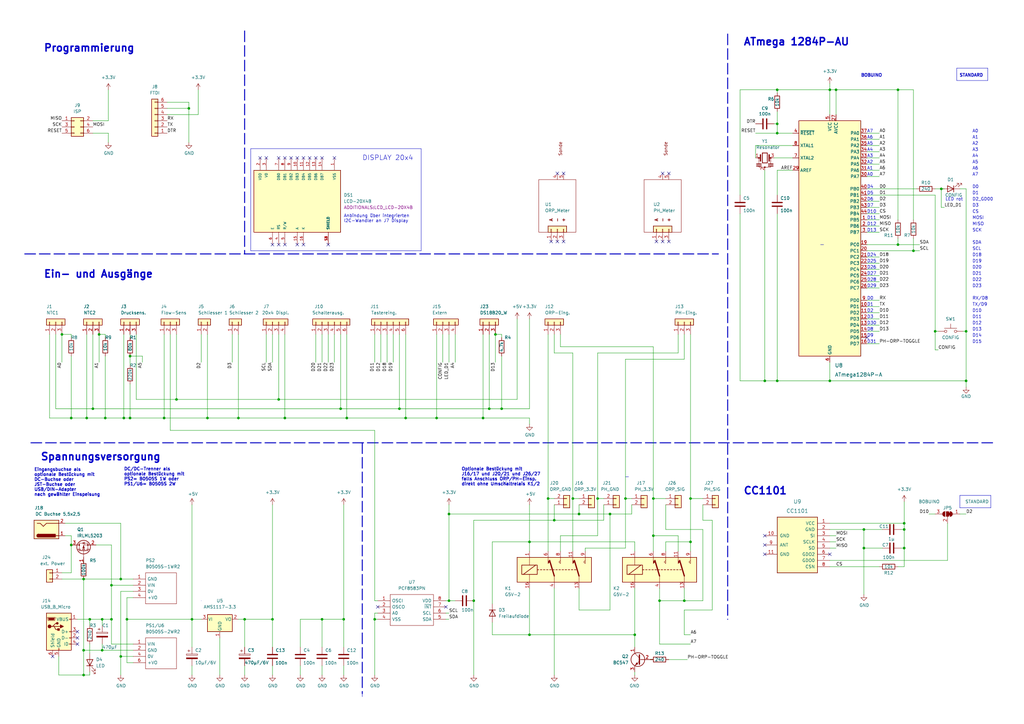
<source format=kicad_sch>
(kicad_sch (version 20211123) (generator eeschema)
  (paper "A3")
  (title_block (title "HB-UNI-SEN-POOL") (date "2023-01-16") (rev "5.0") (company "chianti2000"))
  (lib_symbols
    (symbol "ADDITIONAL:LCD-20X4B" (pin_names (offset 1.016))
      (property "Reference" "DS" (at -12.7 19.05 0))
      (property "Value" "LCD-20X4B" (at -12.7 -20.32 0))
      (property "Footprint" "LCD_LCD-20X4B" (at 0 0 0))
      (symbol "LCD-20X4B_0_0"
        (pin power_in line (at 17.78 -15.24 180) (length 5.08) (name "VSS") (number "1"))
        (pin bidirectional line (at 17.78 0 180) (length 5.08) (name "DB3") (number "10"))
        (pin bidirectional line (at 17.78 -2.54 180) (length 5.08) (name "DB4") (number "11"))
        (pin bidirectional line (at 17.78 -5.08 180) (length 5.08) (name "DB5") (number "12"))
        (pin bidirectional line (at 17.78 -7.62 180) (length 5.08) (name "DB6") (number "13"))
        (pin bidirectional line (at 17.78 -10.16 180) (length 5.08) (name "DB7") (number "14"))
        (pin passive line (at -17.78 0 0) (length 5.08) (name "A") (number "15"))
        (pin passive line (at -17.78 -2.54 0) (length 5.08) (name "K") (number "16"))
        (pin power_in line (at 17.78 15.24 180) (length 5.08) (name "VDD") (number "2"))
        (pin power_in line (at 17.78 12.7 180) (length 5.08) (name "V0") (number "3"))
        (pin input line (at -17.78 7.62 0) (length 5.08) (name "RS") (number "4"))
        (pin input line (at -17.78 5.08 0) (length 5.08) (name "R/W") (number "5"))
        (pin input line (at -17.78 10.16 0) (length 5.08) (name "E") (number "6"))
        (pin bidirectional line (at 17.78 7.62 180) (length 5.08) (name "DB0") (number "7"))
        (pin bidirectional line (at 17.78 5.08 180) (length 5.08) (name "DB1") (number "8"))
        (pin bidirectional line (at 17.78 2.54 180) (length 5.08) (name "DB2") (number "9"))
        (pin passive line (at -17.78 -12.7 0) (length 5.08) (name "SHIELD") (number "S1"))
        (pin passive line (at -17.78 -12.7 0) (length 5.08) (name "SHIELD") (number "S2"))
        (pin passive line (at -17.78 -12.7 0) (length 5.08) (name "SHIELD") (number "S3"))
        (pin passive line (at -17.78 -12.7 0) (length 5.08) (name "SHIELD") (number "S4"))
      )
    )
    (symbol "Connector:Barrel_Jack" (pin_names (offset 1.016))
      (property "Reference" "J" (at 0 5.334 0))
      (property "Value" "Barrel_Jack" (at 0 -5.08 0))
      (symbol "Barrel_Jack_1_1"
        (pin passive line (at 7.62 2.54 180) (length 2.54) (name "~") (number "1"))
        (pin passive line (at 7.62 -2.54 180) (length 2.54) (name "~") (number "2"))
      )
    )
    (symbol "Connector:USB_B_Micro" (pin_names (offset 1.016))
      (property "Reference" "J" (at -5.08 11.43 0))
      (property "Value" "USB_B_Micro" (at -5.08 8.89 0))
      (symbol "USB_B_Micro_1_1"
        (pin power_out line (at 7.62 5.08 180) (length 2.54) (name "VBUS") (number "1"))
        (pin bidirectional line (at 7.62 -2.54 180) (length 2.54) (name "D-") (number "2"))
        (pin bidirectional line (at 7.62 0 180) (length 2.54) (name "D+") (number "3"))
        (pin passive line (at 7.62 -5.08 180) (length 2.54) (name "ID") (number "4"))
        (pin power_out line (at 0 -10.16 90) (length 2.54) (name "GND") (number "5"))
        (pin passive line (at -2.54 -10.16 90) (length 2.54) (name "Shield") (number "6"))
      )
    )
    (symbol "Connector_Generic:Conn_01x02" (pin_names (offset 1.016) hide)
      (property "Reference" "J" (at 0 2.54 0))
      (property "Value" "Conn_01x02" (at 0 -5.08 0))
      (symbol "Conn_01x02_1_1"
        (pin passive line (at -5.08 0 0) (length 3.81) (name "Pin_1") (number "1"))
        (pin passive line (at -5.08 -2.54 0) (length 3.81) (name "Pin_2") (number "2"))
      )
    )
    (symbol "Connector_Generic:Conn_01x03" (pin_names (offset 1.016) hide)
      (property "Reference" "J" (at 0 5.08 0))
      (property "Value" "Conn_01x03" (at 0 -5.08 0))
      (symbol "Conn_01x03_1_1"
        (pin passive line (at -5.08 2.54 0) (length 3.81) (name "Pin_1") (number "1"))
        (pin passive line (at -5.08 0 0) (length 3.81) (name "Pin_2") (number "2"))
        (pin passive line (at -5.08 -2.54 0) (length 3.81) (name "Pin_3") (number "3"))
      )
    )
    (symbol "Connector_Generic:Conn_01x04" (pin_names (offset 1.016) hide)
      (property "Reference" "J" (at 0 5.08 0))
      (property "Value" "Conn_01x04" (at 0 -7.62 0))
      (symbol "Conn_01x04_1_1"
        (pin passive line (at -5.08 2.54 0) (length 3.81) (name "Pin_1") (number "1"))
        (pin passive line (at -5.08 0 0) (length 3.81) (name "Pin_2") (number "2"))
        (pin passive line (at -5.08 -2.54 0) (length 3.81) (name "Pin_3") (number "3"))
        (pin passive line (at -5.08 -5.08 0) (length 3.81) (name "Pin_4") (number "4"))
      )
    )
    (symbol "Connector_Generic:Conn_01x06" (pin_names (offset 1.016) hide)
      (property "Reference" "J" (at 0 7.62 0))
      (property "Value" "Conn_01x06" (at 0 -10.16 0))
      (symbol "Conn_01x06_1_1"
        (pin passive line (at -5.08 5.08 0) (length 3.81) (name "Pin_1") (number "1"))
        (pin passive line (at -5.08 2.54 0) (length 3.81) (name "Pin_2") (number "2"))
        (pin passive line (at -5.08 0 0) (length 3.81) (name "Pin_3") (number "3"))
        (pin passive line (at -5.08 -2.54 0) (length 3.81) (name "Pin_4") (number "4"))
        (pin passive line (at -5.08 -5.08 0) (length 3.81) (name "Pin_5") (number "5"))
        (pin passive line (at -5.08 -7.62 0) (length 3.81) (name "Pin_6") (number "6"))
      )
    )
    (symbol "Connector_Generic:Conn_02x03_Odd_Even" (pin_names (offset 1.016) hide)
      (property "Reference" "J" (at 1.27 5.08 0))
      (property "Value" "Conn_02x03_Odd_Even" (at 1.27 -5.08 0))
      (symbol "Conn_02x03_Odd_Even_1_1"
        (pin passive line (at -5.08 2.54 0) (length 3.81) (name "Pin_1") (number "1"))
        (pin passive line (at 7.62 2.54 180) (length 3.81) (name "Pin_2") (number "2"))
        (pin passive line (at -5.08 0 0) (length 3.81) (name "Pin_3") (number "3"))
        (pin passive line (at 7.62 0 180) (length 3.81) (name "Pin_4") (number "4"))
        (pin passive line (at -5.08 -2.54 0) (length 3.81) (name "Pin_5") (number "5"))
        (pin passive line (at 7.62 -2.54 180) (length 3.81) (name "Pin_6") (number "6"))
      )
    )
    (symbol "Device:C" (pin_numbers hide) (pin_names (offset 0.254))
      (property "Reference" "C" (at 0.635 2.54 0))
      (property "Value" "C" (at 0.635 -2.54 0))
      (symbol "C_1_1"
        (pin passive line (at 0 3.81 270) (length 2.794) (name "~") (number "1"))
        (pin passive line (at 0 -3.81 90) (length 2.794) (name "~") (number "2"))
      )
    )
    (symbol "Device:C_Polarized" (pin_numbers hide) (pin_names (offset 0.254))
      (property "Reference" "C" (at 0.635 2.54 0))
      (property "Value" "C_Polarized" (at 0.635 -2.54 0))
      (symbol "C_Polarized_1_1"
        (pin passive line (at 0 3.81 270) (length 2.794) (name "~") (number "1"))
        (pin passive line (at 0 -3.81 90) (length 2.794) (name "~") (number "2"))
      )
    )
    (symbol "Device:D" (pin_numbers hide) (pin_names (offset 1.016) hide)
      (property "Reference" "D" (at 0 2.54 0))
      (property "Value" "D" (at 0 -2.54 0))
      (symbol "D_1_1"
        (pin passive line (at -3.81 0 0) (length 2.54) (name "K") (number "1"))
        (pin passive line (at 3.81 0 180) (length 2.54) (name "A") (number "2"))
      )
    )
    (symbol "Device:LED" (pin_numbers hide) (pin_names (offset 1.016) hide)
      (property "Reference" "D" (at 0 2.54 0))
      (property "Value" "LED" (at 0 -2.54 0))
      (symbol "LED_1_1"
        (pin passive line (at -3.81 0 0) (length 2.54) (name "K") (number "1"))
        (pin passive line (at 3.81 0 180) (length 2.54) (name "A") (number "2"))
      )
    )
    (symbol "Device:R" (pin_numbers hide) (pin_names (offset 0))
      (property "Reference" "R" (at 2.032 0 90))
      (property "Value" "R" (at 0 0 90))
      (symbol "R_1_1"
        (pin passive line (at 0 3.81 270) (length 1.27) (name "~") (number "1"))
        (pin passive line (at 0 -3.81 90) (length 1.27) (name "~") (number "2"))
      )
    )
    (symbol "Device:Resonator" (pin_names (offset 1.016) hide)
      (property "Reference" "Y" (at 0 5.715 0))
      (property "Value" "Resonator" (at 0 3.81 0))
      (symbol "Resonator_1_1"
        (pin passive line (at -3.81 0 0) (length 1.27) (name "1") (number "1"))
        (pin passive line (at 0 -5.08 90) (length 1.27) (name "2") (number "2"))
        (pin passive line (at 3.81 0 180) (length 1.27) (name "3") (number "3"))
      )
    )
    (symbol "Jumper:SolderJumper_3_Bridged12" (pin_names (offset 0) hide)
      (property "Reference" "JP" (at -2.54 -2.54 0))
      (property "Value" "SolderJumper_3_Bridged12" (at 0 2.794 0))
      (symbol "SolderJumper_3_Bridged12_1_1"
        (pin passive line (at -5.08 0 0) (length 2.54) (name "A") (number "1"))
        (pin passive line (at 0 -3.81 90) (length 2.54) (name "C") (number "2"))
        (pin passive line (at 5.08 0 180) (length 2.54) (name "B") (number "3"))
      )
    )
    (symbol "MCU_Microchip_ATmega:ATmega1284P-A"
      (property "Reference" "U" (at -12.7 49.53 0))
      (property "Value" "ATmega1284P-A" (at 2.54 -49.53 0))
      (symbol "ATmega1284P-A_1_1"
        (pin bidirectional line (at 15.24 7.62 180) (length 2.54) (name "PB5") (number "1"))
        (pin bidirectional line (at 15.24 -27.94 180) (length 2.54) (name "PD1") (number "10"))
        (pin bidirectional line (at 15.24 -30.48 180) (length 2.54) (name "PD2") (number "11"))
        (pin bidirectional line (at 15.24 -33.02 180) (length 2.54) (name "PD3") (number "12"))
        (pin bidirectional line (at 15.24 -35.56 180) (length 2.54) (name "PD4") (number "13"))
        (pin bidirectional line (at 15.24 -38.1 180) (length 2.54) (name "PD5") (number "14"))
        (pin bidirectional line (at 15.24 -40.64 180) (length 2.54) (name "PD6") (number "15"))
        (pin bidirectional line (at 15.24 -43.18 180) (length 2.54) (name "PD7") (number "16"))
        (pin passive line (at 0 50.8 270) (length 2.54) hide (name "VCC") (number "17"))
        (pin passive line (at 0 -50.8 90) (length 2.54) hide (name "GND") (number "18"))
        (pin bidirectional line (at 15.24 -2.54 180) (length 2.54) (name "PC0") (number "19"))
        (pin bidirectional line (at 15.24 5.08 180) (length 2.54) (name "PB6") (number "2"))
        (pin bidirectional line (at 15.24 -5.08 180) (length 2.54) (name "PC1") (number "20"))
        (pin bidirectional line (at 15.24 -7.62 180) (length 2.54) (name "PC2") (number "21"))
        (pin bidirectional line (at 15.24 -10.16 180) (length 2.54) (name "PC3") (number "22"))
        (pin bidirectional line (at 15.24 -12.7 180) (length 2.54) (name "PC4") (number "23"))
        (pin bidirectional line (at 15.24 -15.24 180) (length 2.54) (name "PC5") (number "24"))
        (pin bidirectional line (at 15.24 -17.78 180) (length 2.54) (name "PC6") (number "25"))
        (pin bidirectional line (at 15.24 -20.32 180) (length 2.54) (name "PC7") (number "26"))
        (pin power_in line (at 2.54 50.8 270) (length 2.54) (name "AVCC") (number "27"))
        (pin passive line (at 0 -50.8 90) (length 2.54) hide (name "GND") (number "28"))
        (pin passive line (at -15.24 27.94 0) (length 2.54) (name "AREF") (number "29"))
        (pin bidirectional line (at 15.24 2.54 180) (length 2.54) (name "PB7") (number "3"))
        (pin bidirectional line (at 15.24 25.4 180) (length 2.54) (name "PA7") (number "30"))
        (pin bidirectional line (at 15.24 27.94 180) (length 2.54) (name "PA6") (number "31"))
        (pin bidirectional line (at 15.24 30.48 180) (length 2.54) (name "PA5") (number "32"))
        (pin bidirectional line (at 15.24 33.02 180) (length 2.54) (name "PA4") (number "33"))
        (pin bidirectional line (at 15.24 35.56 180) (length 2.54) (name "PA3") (number "34"))
        (pin bidirectional line (at 15.24 38.1 180) (length 2.54) (name "PA2") (number "35"))
        (pin bidirectional line (at 15.24 40.64 180) (length 2.54) (name "PA1") (number "36"))
        (pin bidirectional line (at 15.24 43.18 180) (length 2.54) (name "PA0") (number "37"))
        (pin passive line (at 0 50.8 270) (length 2.54) hide (name "VCC") (number "38"))
        (pin passive line (at 0 -50.8 90) (length 2.54) hide (name "GND") (number "39"))
        (pin input line (at -15.24 43.18 0) (length 2.54) (name "~{RESET}") (number "4"))
        (pin bidirectional line (at 15.24 20.32 180) (length 2.54) (name "PB0") (number "40"))
        (pin bidirectional line (at 15.24 17.78 180) (length 2.54) (name "PB1") (number "41"))
        (pin bidirectional line (at 15.24 15.24 180) (length 2.54) (name "PB2") (number "42"))
        (pin bidirectional line (at 15.24 12.7 180) (length 2.54) (name "PB3") (number "43"))
        (pin bidirectional line (at 15.24 10.16 180) (length 2.54) (name "PB4") (number "44"))
        (pin power_in line (at 0 50.8 270) (length 2.54) (name "VCC") (number "5"))
        (pin power_in line (at 0 -50.8 90) (length 2.54) (name "GND") (number "6"))
        (pin output line (at -15.24 33.02 0) (length 2.54) (name "XTAL2") (number "7"))
        (pin input line (at -15.24 38.1 0) (length 2.54) (name "XTAL1") (number "8"))
        (pin bidirectional line (at 15.24 -25.4 180) (length 2.54) (name "PD0") (number "9"))
      )
    )
    (symbol "Regulator_Linear:AMS1117-3.3" (pin_names (offset 0.254))
      (property "Reference" "U" (at -3.81 3.175 0))
      (property "Value" "AMS1117-3.3" (at 0 3.175 0))
      (symbol "AMS1117-3.3_1_1"
        (pin power_in line (at 0 -7.62 90) (length 2.54) (name "GND") (number "1"))
        (pin power_out line (at 7.62 0 180) (length 2.54) (name "VO") (number "2"))
        (pin power_in line (at -7.62 0 0) (length 2.54) (name "VI") (number "3"))
      )
    )
    (symbol "Relay:G5V-2"
      (property "Reference" "K" (at 16.51 3.81 0))
      (property "Value" "G5V-2" (at 16.51 1.27 0))
      (symbol "G5V-2_1_1"
        (pin passive line (at -10.16 7.62 270) (length 2.54) (name "~") (number "1"))
        (pin passive line (at 7.62 7.62 270) (length 2.54) (name "~") (number "11"))
        (pin passive line (at 10.16 -7.62 90) (length 2.54) (name "~") (number "13"))
        (pin passive line (at -10.16 -7.62 90) (length 2.54) (name "~") (number "16"))
        (pin passive line (at 0 -7.62 90) (length 2.54) (name "~") (number "4"))
        (pin passive line (at -2.54 7.62 270) (length 2.54) (name "~") (number "6"))
        (pin passive line (at 2.54 7.62 270) (length 2.54) (name "~") (number "8"))
        (pin passive line (at 12.7 7.62 270) (length 2.54) (name "~") (number "9"))
      )
    )
    (symbol "SamacSys_Parts:B0505S-1WR2" (pin_names (offset 0.762))
      (property "Reference" "PS" (at 19.05 7.62 0))
      (property "Value" "B0505S-1WR2" (at 19.05 5.08 0))
      (symbol "B0505S-1WR2_0_0"
        (pin passive line (at 0 0 0) (length 5.08) (name "GND") (number "1"))
        (pin passive line (at 0 -2.54 0) (length 5.08) (name "VIN") (number "2"))
        (pin passive line (at 0 -5.08 0) (length 5.08) (name "0V") (number "3"))
        (pin passive line (at 0 -7.62 0) (length 5.08) (name "+VO") (number "4"))
      )
    )
    (symbol "SamacSys_Parts:B0505S-2WR2" (pin_names (offset 0.762))
      (property "Reference" "PS" (at 19.05 7.62 0))
      (property "Value" "B0505S-2WR2" (at 19.05 5.08 0))
      (symbol "B0505S-2WR2_0_0"
        (pin passive line (at 0 0 0) (length 5.08) (name "VIN") (number "1"))
        (pin passive line (at 0 -2.54 0) (length 5.08) (name "GND") (number "2"))
        (pin passive line (at 0 -5.08 0) (length 5.08) (name "0V") (number "4"))
        (pin passive line (at 0 -7.62 0) (length 5.08) (name "+VO") (number "6"))
      )
    )
    (symbol "SamacSys_Parts:PCF8583PN" (pin_names (offset 0.762))
      (property "Reference" "IC" (at 24.13 7.62 0))
      (property "Value" "PCF8583PN" (at 24.13 5.08 0))
      (symbol "PCF8583PN_0_0"
        (pin passive line (at 0 0 0) (length 5.08) (name "OSCI") (number "1"))
        (pin passive line (at 0 -2.54 0) (length 5.08) (name "OSCO") (number "2"))
        (pin passive line (at 0 -5.08 0) (length 5.08) (name "A0") (number "3"))
        (pin passive line (at 0 -7.62 0) (length 5.08) (name "VSS") (number "4"))
        (pin passive line (at 27.94 -7.62 180) (length 5.08) (name "SDA") (number "5"))
        (pin passive line (at 27.94 -5.08 180) (length 5.08) (name "SCL") (number "6"))
        (pin passive line (at 27.94 -2.54 180) (length 5.08) (name "~{INT}") (number "7"))
        (pin passive line (at 27.94 0 180) (length 5.08) (name "VDD") (number "8"))
      )
    )
    (symbol "Switch:SW_Push" (pin_numbers hide) (pin_names (offset 1.016) hide)
      (property "Reference" "SW" (at 1.27 2.54 0))
      (property "Value" "SW_Push" (at 0 -1.524 0))
      (symbol "SW_Push_0_1"
        (pin passive line (at -5.08 0 0) (length 2.54) (name "1") (number "1"))
        (pin passive line (at 5.08 0 180) (length 2.54) (name "2") (number "2"))
      )
    )
    (symbol "Transistor_BJT:BC547" (pin_names (offset 0) hide)
      (property "Reference" "Q" (at 5.08 1.905 0))
      (property "Value" "BC547" (at 5.08 0 0))
      (symbol "BC547_1_1"
        (pin passive line (at 2.54 5.08 270) (length 2.54) (name "C") (number "1"))
        (pin input line (at -5.08 0 0) (length 5.08) (name "B") (number "2"))
        (pin passive line (at 2.54 -5.08 90) (length 2.54) (name "E") (number "3"))
      )
    )
    (symbol "Transistor_FET:IRLML5203" (pin_names hide)
      (property "Reference" "Q" (at 5.08 1.905 0))
      (property "Value" "IRLML5203" (at 5.08 0 0))
      (symbol "IRLML5203_1_1"
        (pin input line (at -5.08 0 0) (length 2.54) (name "G") (number "1"))
        (pin passive line (at 2.54 -5.08 90) (length 2.54) (name "S") (number "2"))
        (pin passive line (at 2.54 5.08 270) (length 2.54) (name "D") (number "3"))
      )
    )
    (symbol "cc1101-module:CC1101" (pin_names (offset 1.016))
      (property "Reference" "IC" (at 0 12.7 0))
      (property "Value" "CC1101" (at 0 -12.7 0))
      (symbol "CC1101_1_1"
        (pin input line (at -12.7 8.89 0) (length 5.08) (name "VCC") (number "1"))
        (pin input line (at 13.97 3.81 180) (length 5.08) (name "GND") (number "10"))
        (pin input line (at 13.97 -3.81 180) (length 5.08) (name "GND") (number "11"))
        (pin input line (at -12.7 6.35 0) (length 5.08) (name "GND") (number "2"))
        (pin input line (at -12.7 3.81 0) (length 5.08) (name "SI") (number "3"))
        (pin input line (at -12.7 1.27 0) (length 5.08) (name "SCLK") (number "4"))
        (pin input line (at -12.7 -1.27 0) (length 5.08) (name "SO") (number "5"))
        (pin input line (at -12.7 -3.81 0) (length 5.08) (name "GDO2") (number "6"))
        (pin input line (at -12.7 -6.35 0) (length 5.08) (name "GDO0") (number "7"))
        (pin input line (at -12.7 -8.89 0) (length 5.08) (name "CSN") (number "8"))
        (pin input line (at 13.97 0 180) (length 5.08) (name "ANT") (number "9"))
      )
    )
    (symbol "orp_meter:ORP_Meter" (pin_names (offset 1.016) hide)
      (property "Reference" "U" (at -5.715 -4.445 0))
      (property "Value" "ORP_Meter" (at -1.27 -6.35 0))
      (symbol "ORP_Meter_0_0"
        (text "+" (at 3.81 1.27 0) (effects (font (size 1.27 1.27) bold)))
        (text "-" (at 3.81 -1.27 0) (effects (font (size 1.27 1.27) bold)))
        (text "A" (at 3.81 -3.81 0) (effects (font (size 1.27 1.27) bold)))
        (text "Sonde" (at -25.4 0 0) (effects (font (size 1.27 1.27))))
      )
      (symbol "ORP_Meter_1_0"
        (pin input line (at -15.24 1.27 0) (length 2.54) (name "GND") (number "5"))
      )
      (symbol "ORP_Meter_1_1"
        (pin output line (at 12.7 -3.81 180) (length 3.81) (name "Pin_1") (number "1"))
        (pin power_in line (at 12.7 -1.27 180) (length 3.81) (name "Pin_2") (number "2"))
        (pin power_in line (at 12.7 1.27 180) (length 3.81) (name "Pin_3") (number "3"))
        (pin input line (at -15.24 -1.27 0) (length 2.54) (name "ORP_SONDE") (number "4"))
      )
    )
    (symbol "orp_meter:PH_Meter" (pin_names (offset 1.016) hide)
      (property "Reference" "U" (at -5.715 -4.445 0))
      (property "Value" "PH_Meter" (at -1.27 -6.35 0))
      (symbol "PH_Meter_0_0"
        (text "+" (at 3.81 1.27 0) (effects (font (size 1.27 1.27) bold)))
        (text "-" (at 3.81 -1.27 0) (effects (font (size 1.27 1.27) bold)))
        (text "A" (at 3.81 -3.81 0) (effects (font (size 1.27 1.27) bold)))
        (text "Sonde" (at -25.4 0 0) (effects (font (size 1.27 1.27))))
      )
      (symbol "PH_Meter_1_0"
        (pin input line (at -15.24 1.27 0) (length 2.54) (name "GND") (number "5"))
      )
      (symbol "PH_Meter_1_1"
        (pin output line (at 12.7 -3.81 180) (length 3.81) (name "Pin_1") (number "1"))
        (pin power_in line (at 12.7 -1.27 180) (length 3.81) (name "Pin_2") (number "2"))
        (pin power_in line (at 12.7 1.27 180) (length 3.81) (name "Pin_3") (number "3"))
        (pin input line (at -15.24 -1.27 0) (length 2.54) (name "ORP_SONDE") (number "4"))
      )
    )
    (symbol "power:+3.3V" (power) (pin_names (offset 0))
      (property "Value" "+3.3V" (at 0 3.556 0))
      (symbol "+3.3V_1_1"
        (pin power_in line (at 0 0 90) (length 0) hide (name "+3.3V") (number "1"))
      )
    )
    (symbol "power:+5V" (power) (pin_names (offset 0))
      (property "Value" "+5V" (at 0 3.556 0))
      (symbol "+5V_1_1"
        (pin power_in line (at 0 0 90) (length 0) hide (name "+5V") (number "1"))
      )
    )
    (symbol "power:GND" (power) (pin_names (offset 0))
      (property "Value" "GND" (at 0 -3.81 0))
      (symbol "GND_1_1"
        (pin power_in line (at 0 0 270) (length 0) hide (name "GND") (number "1"))
      )
    )
  )
  (junction (at 49.53 269.24))
  (junction (at 205.74 167.64))
  (junction (at 52.07 254))
  (junction (at 36.83 254))
  (junction (at 217.17 260.35))
  (junction (at 396.24 135.89))
  (junction (at 45.72 240.03))
  (junction (at 166.37 171.45))
  (junction (at 318.77 156.21))
  (junction (at 25.4 137.16))
  (junction (at 234.95 204.47))
  (junction (at 224.79 204.47))
  (junction (at 34.29 266.7))
  (junction (at 200.66 167.64))
  (junction (at 53.34 146.05))
  (junction (at 340.36 156.21))
  (junction (at 340.36 36.83))
  (junction (at 163.83 167.64))
  (junction (at 256.54 204.47))
  (junction (at 153.67 254))
  (junction (at 283.21 204.47))
  (junction (at 318.77 54.61))
  (junction (at 203.2 137.16))
  (junction (at 396.24 156.21))
  (junction (at 179.07 171.45))
  (junction (at 97.79 171.45))
  (junction (at 34.29 237.49))
  (junction (at 370.84 214.63))
  (junction (at 29.21 171.45))
  (junction (at 386.08 77.47))
  (junction (at 35.56 171.45))
  (junction (at 116.84 171.45))
  (junction (at 132.08 254))
  (junction (at 374.65 102.87))
  (junction (at 78.74 254))
  (junction (at 217.17 222.25))
  (junction (at 318.77 36.83))
  (junction (at 354.33 217.17))
  (junction (at 342.9 36.83))
  (junction (at 50.8 171.45))
  (junction (at 227.33 213.36))
  (junction (at 41.91 254))
  (junction (at 194.31 246.38))
  (junction (at 140.97 254))
  (junction (at 77.47 44.45))
  (junction (at 41.91 266.7))
  (junction (at 280.67 246.38))
  (junction (at 45.72 254))
  (junction (at 43.18 171.45))
  (junction (at 368.3 100.33))
  (junction (at 270.51 246.38))
  (junction (at 267.97 204.47))
  (junction (at 198.12 171.45))
  (junction (at 354.33 224.79))
  (junction (at 40.64 137.16))
  (junction (at 111.76 254))
  (junction (at 72.39 163.83))
  (junction (at 142.24 171.45))
  (junction (at 368.3 36.83))
  (junction (at 29.21 223.52))
  (junction (at 49.53 237.49))
  (junction (at 260.35 260.35))
  (junction (at 237.49 210.82))
  (junction (at 250.19 210.82))
  (junction (at 370.84 217.17))
  (junction (at 38.1 167.64))
  (junction (at 283.21 222.25))
  (junction (at 267.97 219.71))
  (junction (at 53.34 171.45))
  (junction (at 85.09 171.45))
  (junction (at 114.3 163.83))
  (junction (at 184.15 246.38))
  (junction (at 245.11 204.47))
  (junction (at 370.84 224.79))
  (junction (at 139.7 167.64))
  (junction (at 383.54 135.89))
  (junction (at 318.77 50.8))
  (junction (at 313.69 156.21))
  (junction (at 100.33 254))
  (junction (at 67.31 171.45))
  (junction (at 184.15 210.82))
  (junction (at 34.29 276.86))
  (no_connect (at 340.36 227.33))
  (no_connect (at 313.69 223.52))
  (no_connect (at 271.78 71.12))
  (no_connect (at 274.32 71.12))
  (no_connect (at 154.94 248.92))
  (no_connect (at 182.88 248.92))
  (no_connect (at 207.01 198.12))
  (no_connect (at 21.59 269.24))
  (no_connect (at 31.75 259.08))
  (no_connect (at 31.75 261.62))
  (no_connect (at 31.75 264.16))
  (no_connect (at 274.32 99.06))
  (no_connect (at 269.24 99.06))
  (no_connect (at 271.78 99.06))
  (no_connect (at 119.38 64.77))
  (no_connect (at 121.92 64.77))
  (no_connect (at 106.68 64.77))
  (no_connect (at 109.22 64.77))
  (no_connect (at 114.3 64.77))
  (no_connect (at 116.84 64.77))
  (no_connect (at 137.16 64.77))
  (no_connect (at 124.46 64.77))
  (no_connect (at 127 64.77))
  (no_connect (at 129.54 64.77))
  (no_connect (at 132.08 64.77))
  (no_connect (at 111.76 100.33))
  (no_connect (at 114.3 100.33))
  (no_connect (at 116.84 100.33))
  (no_connect (at 121.92 100.33))
  (no_connect (at 124.46 100.33))
  (no_connect (at 134.62 100.33))
  (no_connect (at 355.6 138.43))
  (no_connect (at 231.14 99.06))
  (no_connect (at 226.06 99.06))
  (no_connect (at 228.6 99.06))
  (no_connect (at 313.69 227.33))
  (no_connect (at 228.6 71.12))
  (no_connect (at 231.14 71.12))
  (no_connect (at 313.69 219.71))
  (wire (pts (xy 383.54 135.89) (xy 384.81 135.89)))
  (wire (pts (xy 217.17 222.25) (xy 217.17 226.06)))
  (wire (pts (xy 318.77 50.8) (xy 318.77 54.61)))
  (wire (pts (xy 45.72 240.03) (xy 45.72 254)))
  (wire (pts (xy 318.77 36.83) (xy 318.77 38.1)))
  (wire (pts (xy 132.08 254) (xy 132.08 265.43)))
  (wire (pts (xy 111.76 273.05) (xy 111.76 276.86)))
  (wire (pts (xy 340.36 34.29) (xy 340.36 36.83)))
  (wire (pts (xy 78.74 207.01) (xy 78.74 254)))
  (wire (pts (xy 25.4 137.16) (xy 25.4 148.59)))
  (wire (pts (xy 77.47 44.45) (xy 77.47 58.42)))
  (wire (pts (xy 386.08 77.47) (xy 386.08 85.09)))
  (wire (pts (xy 67.31 171.45) (xy 85.09 171.45)))
  (wire (pts (xy 355.6 102.87) (xy 374.65 102.87)))
  (wire (pts (xy 205.74 167.64) (xy 217.17 167.64)))
  (wire (pts (xy 250.19 250.19) (xy 237.49 250.19)))
  (wire (pts (xy 41.91 254) (xy 45.72 254)))
  (wire (pts (xy 256.54 204.47) (xy 259.08 204.47)))
  (wire (pts (xy 54.61 269.24) (xy 49.53 269.24)))
  (wire (pts (xy 34.29 266.7) (xy 34.29 276.86)))
  (wire (pts (xy 44.45 54.61) (xy 44.45 58.42)))
  (wire (pts (xy 278.13 137.16) (xy 278.13 144.78)))
  (wire (pts (xy 317.5 64.77) (xy 325.12 64.77)))
  (wire (pts (xy 229.87 219.71) (xy 245.11 219.71)))
  (wire (pts (xy 132.08 137.16) (xy 132.08 148.59)))
  (wire (pts (xy 82.55 137.16) (xy 82.55 148.59)))
  (wire (pts (xy 355.6 67.31) (xy 360.68 67.31)))
  (polyline (pts (xy 393.7 203.2) (xy 406.4 203.2)) (stroke (width 0) (type solid)))
  (wire (pts (xy 35.56 171.45) (xy 35.56 137.16)))
  (wire (pts (xy 355.6 133.35) (xy 360.68 133.35)))
  (wire (pts (xy 386.08 77.47) (xy 383.54 77.47)))
  (wire (pts (xy 355.6 59.69) (xy 360.68 59.69)))
  (wire (pts (xy 270.51 264.16) (xy 283.21 264.16)))
  (wire (pts (xy 355.6 85.09) (xy 360.68 85.09)))
  (wire (pts (xy 25.4 234.95) (xy 29.21 234.95)))
  (wire (pts (xy 41.91 264.16) (xy 41.91 266.7)))
  (wire (pts (xy 153.67 137.16) (xy 153.67 148.59)))
  (wire (pts (xy 292.1 213.36) (xy 292.1 250.19)))
  (wire (pts (xy 49.53 214.63) (xy 49.53 237.49)))
  (wire (pts (xy 77.47 41.91) (xy 77.47 44.45)))
  (wire (pts (xy 273.05 207.01) (xy 273.05 217.17)))
  (wire (pts (xy 54.61 245.11) (xy 52.07 245.11)))
  (wire (pts (xy 355.6 69.85) (xy 360.68 69.85)))
  (wire (pts (xy 54.61 237.49) (xy 49.53 237.49)))
  (wire (pts (xy 388.62 229.87) (xy 388.62 214.63)))
  (wire (pts (xy 355.6 72.39) (xy 360.68 72.39)))
  (wire (pts (xy 78.74 254) (xy 82.55 254)))
  (wire (pts (xy 69.85 176.53) (xy 153.67 176.53)))
  (wire (pts (xy 25.4 137.16) (xy 29.21 137.16)))
  (wire (pts (xy 313.69 156.21) (xy 318.77 156.21)))
  (wire (pts (xy 342.9 36.83) (xy 342.9 46.99)))
  (wire (pts (xy 240.03 224.79) (xy 240.03 226.06)))
  (polyline (pts (xy 393.7 203.2) (xy 393.7 208.28)) (stroke (width 0) (type solid)))
  (wire (pts (xy 340.36 156.21) (xy 396.24 156.21)))
  (wire (pts (xy 229.87 226.06) (xy 229.87 219.71)))
  (wire (pts (xy 34.29 237.49) (xy 34.29 266.7)))
  (wire (pts (xy 256.54 204.47) (xy 256.54 147.32)))
  (wire (pts (xy 237.49 241.3) (xy 237.49 250.19)))
  (wire (pts (xy 54.61 264.16) (xy 45.72 264.16)))
  (wire (pts (xy 355.6 57.15) (xy 360.68 57.15)))
  (wire (pts (xy 318.77 54.61) (xy 325.12 54.61)))
  (wire (pts (xy 97.79 171.45) (xy 116.84 171.45)))
  (wire (pts (xy 292.1 250.19) (xy 280.67 250.19)))
  (wire (pts (xy 224.79 137.16) (xy 224.79 204.47)))
  (wire (pts (xy 393.7 77.47) (xy 396.24 77.47)))
  (wire (pts (xy 340.36 232.41) (xy 360.68 232.41)))
  (wire (pts (xy 355.6 125.73) (xy 360.68 125.73)))
  (polyline (pts (xy 172.72 102.87) (xy 102.87 102.87)) (stroke (width 0) (type solid)))
  (wire (pts (xy 368.3 36.83) (xy 368.3 90.17)))
  (wire (pts (xy 38.1 167.64) (xy 139.7 167.64)))
  (wire (pts (xy 245.11 144.78) (xy 278.13 144.78)))
  (wire (pts (xy 355.6 64.77) (xy 360.68 64.77)))
  (wire (pts (xy 123.19 254) (xy 123.19 265.43)))
  (wire (pts (xy 179.07 137.16) (xy 179.07 171.45)))
  (wire (pts (xy 44.45 49.53) (xy 38.1 49.53)))
  (wire (pts (xy 166.37 137.16) (xy 166.37 171.45)))
  (wire (pts (xy 355.6 140.97) (xy 360.68 140.97)))
  (wire (pts (xy 50.8 137.16) (xy 50.8 171.45)))
  (wire (pts (xy 355.6 123.19) (xy 360.68 123.19)))
  (polyline (pts (xy 148.59 181.61) (xy 148.59 284.48)) (stroke (width 0.4)))
  (wire (pts (xy 283.21 204.47) (xy 288.29 204.47)))
  (wire (pts (xy 355.6 128.27) (xy 360.68 128.27)))
  (wire (pts (xy 318.77 36.83) (xy 340.36 36.83)))
  (wire (pts (xy 374.65 97.79) (xy 374.65 102.87)))
  (polyline (pts (xy 100.33 12.7) (xy 100.33 104.14)) (stroke (width 0.4)))
  (wire (pts (xy 260.35 275.59) (xy 260.35 276.86)))
  (wire (pts (xy 184.15 210.82) (xy 184.15 246.38)))
  (wire (pts (xy 355.6 115.57) (xy 360.68 115.57)))
  (wire (pts (xy 114.3 163.83) (xy 212.09 163.83)))
  (wire (pts (xy 201.93 222.25) (xy 201.93 247.65)))
  (wire (pts (xy 68.58 41.91) (xy 77.47 41.91)))
  (wire (pts (xy 340.36 36.83) (xy 340.36 46.99)))
  (polyline (pts (xy 405.13 33.02) (xy 405.13 27.94)) (stroke (width 0) (type solid)))
  (wire (pts (xy 36.83 264.16) (xy 36.83 267.97)))
  (wire (pts (xy 43.18 137.16) (xy 43.18 138.43)))
  (wire (pts (xy 25.4 237.49) (xy 34.29 237.49)))
  (wire (pts (xy 53.34 146.05) (xy 58.42 146.05)))
  (wire (pts (xy 212.09 130.81) (xy 212.09 163.83)))
  (wire (pts (xy 355.6 62.23) (xy 360.68 62.23)))
  (wire (pts (xy 288.29 207.01) (xy 288.29 213.36)))
  (polyline (pts (xy 12.7 181.61) (xy 407.67 181.61)) (stroke (width 0.4)))
  (polyline (pts (xy 10.16 104.14) (xy 294.64 104.14)) (stroke (width 0.4)))
  (wire (pts (xy 49.53 242.57) (xy 54.61 242.57)))
  (wire (pts (xy 396.24 156.21) (xy 396.24 158.75)))
  (wire (pts (xy 217.17 207.01) (xy 217.17 222.25)))
  (wire (pts (xy 368.3 36.83) (xy 374.65 36.83)))
  (wire (pts (xy 184.15 207.01) (xy 184.15 210.82)))
  (wire (pts (xy 97.79 254) (xy 100.33 254)))
  (wire (pts (xy 203.2 137.16) (xy 203.2 148.59)))
  (wire (pts (xy 355.6 110.49) (xy 360.68 110.49)))
  (wire (pts (xy 50.8 171.45) (xy 53.34 171.45)))
  (wire (pts (xy 142.24 171.45) (xy 166.37 171.45)))
  (wire (pts (xy 267.97 204.47) (xy 267.97 219.71)))
  (wire (pts (xy 355.6 54.61) (xy 360.68 54.61)))
  (wire (pts (xy 184.15 137.16) (xy 184.15 148.59)))
  (wire (pts (xy 45.72 223.52) (xy 45.72 240.03)))
  (wire (pts (xy 288.29 213.36) (xy 292.1 213.36)))
  (wire (pts (xy 36.83 254) (xy 41.91 254)))
  (wire (pts (xy 186.69 137.16) (xy 186.69 148.59)))
  (wire (pts (xy 85.09 171.45) (xy 97.79 171.45)))
  (wire (pts (xy 40.64 137.16) (xy 40.64 148.59)))
  (wire (pts (xy 274.32 270.51) (xy 281.94 270.51)))
  (wire (pts (xy 247.65 213.36) (xy 227.33 213.36)))
  (wire (pts (xy 158.75 137.16) (xy 158.75 148.59)))
  (wire (pts (xy 22.86 137.16) (xy 22.86 167.64)))
  (wire (pts (xy 393.7 210.82) (xy 396.24 210.82)))
  (wire (pts (xy 340.36 229.87) (xy 388.62 229.87)))
  (wire (pts (xy 250.19 210.82) (xy 259.08 210.82)))
  (wire (pts (xy 72.39 163.83) (xy 114.3 163.83)))
  (wire (pts (xy 368.3 100.33) (xy 377.19 100.33)))
  (wire (pts (xy 29.21 146.05) (xy 29.21 171.45)))
  (wire (pts (xy 370.84 217.17) (xy 370.84 224.79)))
  (wire (pts (xy 224.79 204.47) (xy 227.33 204.47)))
  (wire (pts (xy 53.34 157.48) (xy 53.34 171.45)))
  (wire (pts (xy 386.08 85.09) (xy 387.35 85.09)))
  (wire (pts (xy 273.05 226.06) (xy 273.05 222.25)))
  (wire (pts (xy 40.64 137.16) (xy 43.18 137.16)))
  (wire (pts (xy 54.61 240.03) (xy 45.72 240.03)))
  (wire (pts (xy 129.54 137.16) (xy 129.54 148.59)))
  (wire (pts (xy 36.83 275.59) (xy 36.83 276.86)))
  (wire (pts (xy 34.29 276.86) (xy 36.83 276.86)))
  (wire (pts (xy 55.88 163.83) (xy 72.39 163.83)))
  (wire (pts (xy 68.58 46.99) (xy 81.28 46.99)))
  (wire (pts (xy 153.67 251.46) (xy 153.67 254)))
  (wire (pts (xy 52.07 254) (xy 78.74 254)))
  (wire (pts (xy 114.3 137.16) (xy 114.3 163.83)))
  (wire (pts (xy 52.07 245.11) (xy 52.07 254)))
  (wire (pts (xy 217.17 130.81) (xy 217.17 167.64)))
  (wire (pts (xy 35.56 171.45) (xy 43.18 171.45)))
  (wire (pts (xy 227.33 137.16) (xy 227.33 144.78)))
  (wire (pts (xy 247.65 207.01) (xy 247.65 213.36)))
  (wire (pts (xy 97.79 137.16) (xy 97.79 171.45)))
  (wire (pts (xy 355.6 100.33) (xy 368.3 100.33)))
  (wire (pts (xy 355.6 118.11) (xy 360.68 118.11)))
  (wire (pts (xy 280.67 137.16) (xy 280.67 147.32)))
  (wire (pts (xy 44.45 36.83) (xy 44.45 49.53)))
  (wire (pts (xy 58.42 146.05) (xy 58.42 148.59)))
  (wire (pts (xy 140.97 254) (xy 140.97 265.43)))
  (wire (pts (xy 354.33 224.79) (xy 361.95 224.79)))
  (wire (pts (xy 78.74 273.05) (xy 78.74 276.86)))
  (wire (pts (xy 256.54 224.79) (xy 256.54 204.47)))
  (wire (pts (xy 340.36 217.17) (xy 354.33 217.17)))
  (wire (pts (xy 123.19 254) (xy 132.08 254)))
  (wire (pts (xy 303.53 36.83) (xy 303.53 80.01)))
  (wire (pts (xy 370.84 214.63) (xy 370.84 217.17)))
  (wire (pts (xy 318.77 45.72) (xy 318.77 50.8)))
  (wire (pts (xy 139.7 137.16) (xy 139.7 167.64)))
  (wire (pts (xy 368.3 232.41) (xy 370.84 232.41)))
  (wire (pts (xy 259.08 207.01) (xy 259.08 210.82)))
  (wire (pts (xy 270.51 241.3) (xy 270.51 246.38)))
  (wire (pts (xy 49.53 242.57) (xy 49.53 269.24)))
  (wire (pts (xy 250.19 210.82) (xy 250.19 250.19)))
  (wire (pts (xy 182.88 246.38) (xy 184.15 246.38)))
  (wire (pts (xy 369.57 224.79) (xy 370.84 224.79)))
  (wire (pts (xy 100.33 273.05) (xy 100.33 276.86)))
  (wire (pts (xy 156.21 137.16) (xy 156.21 148.59)))
  (wire (pts (xy 161.29 137.16) (xy 161.29 148.59)))
  (wire (pts (xy 396.24 77.47) (xy 396.24 135.89)))
  (wire (pts (xy 179.07 171.45) (xy 198.12 171.45)))
  (wire (pts (xy 342.9 222.25) (xy 340.36 222.25)))
  (wire (pts (xy 68.58 44.45) (xy 77.47 44.45)))
  (wire (pts (xy 201.93 260.35) (xy 217.17 260.35)))
  (wire (pts (xy 309.88 59.69) (xy 309.88 64.77)))
  (wire (pts (xy 69.85 137.16) (xy 69.85 176.53)))
  (wire (pts (xy 43.18 171.45) (xy 50.8 171.45)))
  (wire (pts (xy 369.57 217.17) (xy 370.84 217.17)))
  (wire (pts (xy 280.67 241.3) (xy 280.67 246.38)))
  (wire (pts (xy 181.61 137.16) (xy 181.61 148.59)))
  (wire (pts (xy 280.67 246.38) (xy 288.29 246.38)))
  (wire (pts (xy 229.87 142.24) (xy 267.97 142.24)))
  (wire (pts (xy 54.61 266.7) (xy 41.91 266.7)))
  (wire (pts (xy 20.32 137.16) (xy 20.32 171.45)))
  (wire (pts (xy 325.12 59.69) (xy 309.88 59.69)))
  (wire (pts (xy 318.77 50.8) (xy 317.5 50.8)))
  (wire (pts (xy 273.05 222.25) (xy 283.21 222.25)))
  (wire (pts (xy 182.88 254) (xy 184.15 254)))
  (wire (pts (xy 227.33 241.3) (xy 227.33 276.86)))
  (wire (pts (xy 201.93 255.27) (xy 201.93 260.35)))
  (wire (pts (xy 200.66 137.16) (xy 200.66 167.64)))
  (wire (pts (xy 234.95 144.78) (xy 234.95 204.47)))
  (wire (pts (xy 355.6 90.17) (xy 360.68 90.17)))
  (wire (pts (xy 227.33 213.36) (xy 194.31 213.36)))
  (wire (pts (xy 38.1 54.61) (xy 44.45 54.61)))
  (wire (pts (xy 29.21 234.95) (xy 29.21 223.52)))
  (wire (pts (xy 205.74 137.16) (xy 205.74 138.43)))
  (wire (pts (xy 53.34 146.05) (xy 53.34 149.86)))
  (wire (pts (xy 273.05 217.17) (xy 288.29 217.17)))
  (wire (pts (xy 234.95 204.47) (xy 237.49 204.47)))
  (wire (pts (xy 224.79 204.47) (xy 224.79 226.06)))
  (wire (pts (xy 20.32 171.45) (xy 29.21 171.45)))
  (wire (pts (xy 303.53 36.83) (xy 318.77 36.83)))
  (wire (pts (xy 355.6 77.47) (xy 375.92 77.47)))
  (wire (pts (xy 26.67 219.71) (xy 29.21 219.71)))
  (wire (pts (xy 116.84 171.45) (xy 142.24 171.45)))
  (wire (pts (xy 234.95 204.47) (xy 234.95 226.06)))
  (wire (pts (xy 370.84 205.74) (xy 370.84 214.63)))
  (wire (pts (xy 38.1 137.16) (xy 38.1 167.64)))
  (wire (pts (xy 154.94 251.46) (xy 153.67 251.46)))
  (wire (pts (xy 205.74 146.05) (xy 205.74 167.64)))
  (wire (pts (xy 387.35 77.47) (xy 386.08 77.47)))
  (wire (pts (xy 313.69 69.85) (xy 313.69 156.21)))
  (polyline (pts (xy 298.45 13.97) (xy 298.45 254)) (stroke (width 0.4)))
  (wire (pts (xy 85.09 137.16) (xy 85.09 171.45)))
  (wire (pts (xy 260.35 222.25) (xy 260.35 226.06)))
  (wire (pts (xy 67.31 137.16) (xy 67.31 171.45)))
  (wire (pts (xy 270.51 246.38) (xy 280.67 246.38)))
  (wire (pts (xy 116.84 137.16) (xy 116.84 171.45)))
  (wire (pts (xy 245.11 219.71) (xy 245.11 204.47)))
  (wire (pts (xy 29.21 137.16) (xy 29.21 138.43)))
  (wire (pts (xy 283.21 137.16) (xy 283.21 204.47)))
  (wire (pts (xy 396.24 135.89) (xy 394.97 135.89)))
  (polyline (pts (xy 392.43 33.02) (xy 405.13 33.02)) (stroke (width 0) (type solid)))
  (wire (pts (xy 267.97 204.47) (xy 273.05 204.47)))
  (wire (pts (xy 318.77 87.63) (xy 318.77 156.21)))
  (wire (pts (xy 267.97 270.51) (xy 266.7 270.51)))
  (polyline (pts (xy 392.43 27.94) (xy 405.13 27.94)) (stroke (width 0) (type solid)))
  (wire (pts (xy 29.21 171.45) (xy 35.56 171.45)))
  (wire (pts (xy 256.54 147.32) (xy 280.67 147.32)))
  (wire (pts (xy 342.9 219.71) (xy 340.36 219.71)))
  (wire (pts (xy 184.15 246.38) (xy 186.69 246.38)))
  (wire (pts (xy 318.77 54.61) (xy 309.88 54.61)))
  (wire (pts (xy 81.28 46.99) (xy 81.28 36.83)))
  (wire (pts (xy 256.54 224.79) (xy 240.03 224.79)))
  (polyline (pts (xy 82.55 246.38) (xy 82.55 246.38)))
  (wire (pts (xy 267.97 219.71) (xy 278.13 219.71)))
  (wire (pts (xy 280.67 250.19) (xy 280.67 260.35)))
  (polyline (pts (xy 256.54 195.58) (xy 257.81 195.58)))
  (polyline (pts (xy 214.63 195.58) (xy 217.17 195.58)))
  (wire (pts (xy 198.12 137.16) (xy 198.12 171.45)))
  (wire (pts (xy 36.83 254) (xy 36.83 256.54)))
  (wire (pts (xy 280.67 260.35) (xy 283.21 260.35)))
  (wire (pts (xy 355.6 130.81) (xy 360.68 130.81)))
  (wire (pts (xy 203.2 137.16) (xy 205.74 137.16)))
  (wire (pts (xy 342.9 224.79) (xy 340.36 224.79)))
  (wire (pts (xy 283.21 204.47) (xy 283.21 222.25)))
  (wire (pts (xy 217.17 222.25) (xy 201.93 222.25)))
  (wire (pts (xy 283.21 222.25) (xy 283.21 226.06)))
  (wire (pts (xy 49.53 269.24) (xy 49.53 276.86)))
  (wire (pts (xy 53.34 138.43) (xy 53.34 137.16)))
  (wire (pts (xy 278.13 219.71) (xy 278.13 226.06)))
  (wire (pts (xy 355.6 82.55) (xy 360.68 82.55)))
  (wire (pts (xy 153.67 254) (xy 153.67 276.86)))
  (wire (pts (xy 31.75 254) (xy 36.83 254)))
  (polyline (pts (xy 172.72 60.96) (xy 172.72 102.87)) (stroke (width 0) (type solid)))
  (wire (pts (xy 194.31 213.36) (xy 194.31 246.38)))
  (wire (pts (xy 111.76 254) (xy 111.76 265.43)))
  (wire (pts (xy 267.97 219.71) (xy 267.97 226.06)))
  (wire (pts (xy 29.21 219.71) (xy 29.21 223.52)))
  (wire (pts (xy 41.91 266.7) (xy 34.29 266.7)))
  (wire (pts (xy 153.67 246.38) (xy 154.94 246.38)))
  (wire (pts (xy 194.31 246.38) (xy 194.31 276.86)))
  (wire (pts (xy 355.6 87.63) (xy 360.68 87.63)))
  (wire (pts (xy 260.35 260.35) (xy 260.35 265.43)))
  (wire (pts (xy 303.53 156.21) (xy 313.69 156.21)))
  (wire (pts (xy 340.36 156.21) (xy 340.36 148.59)))
  (wire (pts (xy 41.91 254) (xy 41.91 256.54)))
  (wire (pts (xy 383.54 80.01) (xy 383.54 135.89)))
  (wire (pts (xy 34.29 229.87) (xy 34.29 231.14)))
  (wire (pts (xy 137.16 137.16) (xy 137.16 148.59)))
  (wire (pts (xy 227.33 207.01) (xy 227.33 213.36)))
  (wire (pts (xy 288.29 217.17) (xy 288.29 246.38)))
  (wire (pts (xy 354.33 217.17) (xy 354.33 224.79)))
  (wire (pts (xy 140.97 207.01) (xy 140.97 254)))
  (wire (pts (xy 237.49 207.01) (xy 237.49 210.82)))
  (wire (pts (xy 78.74 254) (xy 78.74 265.43)))
  (polyline (pts (xy 102.87 60.96) (xy 102.87 102.87)) (stroke (width 0) (type solid)))
  (wire (pts (xy 374.65 36.83) (xy 374.65 90.17)))
  (wire (pts (xy 163.83 137.16) (xy 163.83 167.64)))
  (polyline (pts (xy 336.55 100.33) (xy 337.82 100.33)))
  (wire (pts (xy 49.53 237.49) (xy 34.29 237.49)))
  (wire (pts (xy 245.11 204.47) (xy 245.11 144.78)))
  (wire (pts (xy 163.83 167.64) (xy 200.66 167.64)))
  (wire (pts (xy 52.07 254) (xy 52.07 271.78)))
  (wire (pts (xy 100.33 254) (xy 111.76 254)))
  (wire (pts (xy 217.17 171.45) (xy 217.17 173.99)))
  (wire (pts (xy 153.67 254) (xy 154.94 254)))
  (polyline (pts (xy 406.4 208.28) (xy 406.4 203.2)) (stroke (width 0) (type solid)))
  (polyline (pts (xy 102.87 60.96) (xy 172.72 60.96)) (stroke (width 0) (type solid)))
  (wire (pts (xy 383.54 143.51) (xy 384.81 143.51)))
  (wire (pts (xy 355.6 135.89) (xy 360.68 135.89)))
  (wire (pts (xy 54.61 271.78) (xy 52.07 271.78)))
  (wire (pts (xy 396.24 135.89) (xy 396.24 156.21)))
  (wire (pts (xy 355.6 92.71) (xy 360.68 92.71)))
  (wire (pts (xy 368.3 97.79) (xy 368.3 100.33)))
  (wire (pts (xy 55.88 137.16) (xy 55.88 163.83)))
  (wire (pts (xy 90.17 261.62) (xy 90.17 276.86)))
  (wire (pts (xy 100.33 254) (xy 100.33 265.43)))
  (wire (pts (xy 45.72 223.52) (xy 39.37 223.52)))
  (wire (pts (xy 139.7 167.64) (xy 163.83 167.64)))
  (wire (pts (xy 217.17 260.35) (xy 217.17 241.3)))
  (wire (pts (xy 318.77 80.01) (xy 318.77 69.85)))
  (wire (pts (xy 182.88 251.46) (xy 184.15 251.46)))
  (wire (pts (xy 111.76 207.01) (xy 111.76 254)))
  (wire (pts (xy 198.12 171.45) (xy 217.17 171.45)))
  (wire (pts (xy 360.68 105.41) (xy 355.6 105.41)))
  (wire (pts (xy 227.33 144.78) (xy 234.95 144.78)))
  (wire (pts (xy 24.13 276.86) (xy 34.29 276.86)))
  (wire (pts (xy 355.6 113.03) (xy 360.68 113.03)))
  (wire (pts (xy 374.65 102.87) (xy 377.19 102.87)))
  (wire (pts (xy 22.86 167.64) (xy 38.1 167.64)))
  (wire (pts (xy 355.6 95.25) (xy 360.68 95.25)))
  (polyline (pts (xy 393.7 208.28) (xy 406.4 208.28)) (stroke (width 0) (type solid)))
  (wire (pts (xy 237.49 210.82) (xy 250.19 210.82)))
  (wire (pts (xy 132.08 254) (xy 140.97 254)))
  (wire (pts (xy 342.9 36.83) (xy 368.3 36.83)))
  (wire (pts (xy 95.25 137.16) (xy 95.25 148.59)))
  (wire (pts (xy 260.35 260.35) (xy 217.17 260.35)))
  (wire (pts (xy 355.6 80.01) (xy 383.54 80.01)))
  (wire (pts (xy 318.77 69.85) (xy 325.12 69.85)))
  (wire (pts (xy 318.77 156.21) (xy 340.36 156.21)))
  (wire (pts (xy 303.53 87.63) (xy 303.53 156.21)))
  (wire (pts (xy 381 210.82) (xy 383.54 210.82)))
  (wire (pts (xy 355.6 107.95) (xy 360.68 107.95)))
  (wire (pts (xy 370.84 224.79) (xy 370.84 232.41)))
  (polyline (pts (xy 392.43 27.94) (xy 392.43 33.02)) (stroke (width 0) (type solid)))
  (wire (pts (xy 140.97 273.05) (xy 140.97 276.86)))
  (wire (pts (xy 354.33 224.79) (xy 354.33 243.84)))
  (wire (pts (xy 45.72 254) (xy 45.72 264.16)))
  (wire (pts (xy 260.35 241.3) (xy 260.35 260.35)))
  (wire (pts (xy 184.15 210.82) (xy 237.49 210.82)))
  (wire (pts (xy 340.36 36.83) (xy 342.9 36.83)))
  (wire (pts (xy 132.08 273.05) (xy 132.08 276.86)))
  (wire (pts (xy 270.51 246.38) (xy 270.51 264.16)))
  (wire (pts (xy 123.19 273.05) (xy 123.19 276.86)))
  (wire (pts (xy 200.66 167.64) (xy 205.74 167.64)))
  (wire (pts (xy 229.87 137.16) (xy 229.87 142.24)))
  (wire (pts (xy 166.37 171.45) (xy 179.07 171.45)))
  (wire (pts (xy 354.33 217.17) (xy 361.95 217.17)))
  (wire (pts (xy 134.62 137.16) (xy 134.62 148.59)))
  (wire (pts (xy 26.67 214.63) (xy 49.53 214.63)))
  (wire (pts (xy 109.22 137.16) (xy 109.22 148.59)))
  (wire (pts (xy 267.97 142.24) (xy 267.97 204.47)))
  (wire (pts (xy 43.18 146.05) (xy 43.18 171.45)))
  (wire (pts (xy 72.39 137.16) (xy 72.39 163.83)))
  (wire (pts (xy 53.34 171.45) (xy 67.31 171.45)))
  (wire (pts (xy 153.67 176.53) (xy 153.67 246.38)))
  (polyline (pts (xy 148.59 284.48) (xy 148.59 285.75)))
  (wire (pts (xy 24.13 276.86) (xy 24.13 269.24)))
  (wire (pts (xy 340.36 214.63) (xy 370.84 214.63)))
  (wire (pts (xy 111.76 137.16) (xy 111.76 148.59)))
  (wire (pts (xy 142.24 137.16) (xy 142.24 171.45)))
  (wire (pts (xy 217.17 222.25) (xy 260.35 222.25)))
  (wire (pts (xy 245.11 204.47) (xy 247.65 204.47)))
  (wire (pts (xy 383.54 135.89) (xy 383.54 143.51)))
  (text "A4" (at 398.78 64.77 0) (effects (font (size 1.27 1.27)) (justify left bottom)))
  (text "DC/DC-Trenner als \noptionale Bestückung mit\nPS2= B0505S 1W oder\nPS1/U6= B0505S 2W " (at 50.8 199.39 0) (effects (font (size 1.27 1.27) (thickness 0.254) bold) (justify left bottom)))
  (text "Ein- und Ausgänge" (at 17.78 114.3 0) (effects (font (size 2.9972 2.9972) (thickness 0.5994) bold) (justify left bottom)))
  (text "SCK" (at 398.78 95.25 0) (effects (font (size 1.27 1.27)) (justify left bottom)))
  (text "A1" (at 355.6 69.85 0) (effects (font (size 1.27 1.27)) (justify left bottom)))
  (text "D23" (at 398.78 118.11 0) (effects (font (size 1.27 1.27)) (justify left bottom)))
  (text "D30" (at 355.6 133.35 0) (effects (font (size 1.27 1.27)) (justify left bottom)))
  (text "D1" (at 355.6 125.73 0) (effects (font (size 1.27 1.27)) (justify left bottom)))
  (text "A6" (at 355.6 57.15 0) (effects (font (size 1.27 1.27)) (justify left bottom)))
  (text "D8" (at 355.6 135.89 0) (effects (font (size 1.27 1.27)) (justify left bottom)))
  (text "A7\n" (at 398.78 72.39 0) (effects (font (size 1.27 1.27)) (justify left bottom)))
  (text "D19" (at 398.78 107.95 0) (effects (font (size 1.27 1.27)) (justify left bottom)))
  (text "D22" (at 398.78 115.57 0) (effects (font (size 1.27 1.27)) (justify left bottom)))
  (text "RX/D8" (at 398.78 123.19 0) (effects (font (size 1.27 1.27)) (justify left bottom)))
  (text "D4" (at 355.6 77.47 0) (effects (font (size 1.27 1.27)) (justify left bottom)))
  (text "Eingangsbuchse als\noptionale Bestückung mit\nDC-Buchse oder\nJST-Buchse oder\nUSB/DIN-Adapter\nnach gewählter Einspeisung\n\n" (at 13.97 205.74 0) (effects (font (size 1.27 1.27) (thickness 0.254) bold) (justify left bottom)))
  (text "D13" (at 355.6 95.25 0) (effects (font (size 1.27 1.27)) (justify left bottom)))
  (text "CS" (at 398.78 87.63 0) (effects (font (size 1.27 1.27)) (justify left bottom)))
  (text "D15" (at 398.78 140.97 0) (effects (font (size 1.27 1.27)) (justify left bottom)))
  (text "A5" (at 398.78 67.31 0) (effects (font (size 1.27 1.27)) (justify left bottom)))
  (text "D11" (at 355.6 90.17 0) (effects (font (size 1.27 1.27)) (justify left bottom)))
  (text "D14" (at 398.78 138.43 0) (effects (font (size 1.27 1.27)) (justify left bottom)))
  (text "SDA" (at 398.78 100.33 0) (effects (font (size 1.27 1.27)) (justify left bottom)))
  (text "MISO" (at 398.78 92.71 0) (effects (font (size 1.27 1.27)) (justify left bottom)))
  (text "DISPLAY 20x4" (at 148.59 66.04 0) (effects (font (size 2 2)) (justify left bottom)))
  (text "D26" (at 355.6 110.49 0) (effects (font (size 1.27 1.27)) (justify left bottom)))
  (text "D13" (at 398.78 135.89 0) (effects (font (size 1.27 1.27)) (justify left bottom)))
  (text "D7" (at 355.6 85.09 0) (effects (font (size 1.27 1.27)) (justify left bottom)))
  (text "D29" (at 355.6 118.11 0) (effects (font (size 1.27 1.27)) (justify left bottom)))
  (text "Optionale Bestückung mit\nJ16/17 und J20/21 und J26/27\nfalls Anschluss ORP/PH-Einsp. \ndirekt ohne Umschaltrelais K1/2" (at 189.23 199.39 0) (effects (font (size 1.27 1.27) (thickness 0.254) bold) (justify left bottom)))
  (text "LED rot" (at 394.97 82.55 180) (effects (font (size 1.27 1.27)) (justify right bottom)))
  (text "A7" (at 355.6 54.61 0) (effects (font (size 1.27 1.27)) (justify left bottom)))
  (text "A1" (at 398.78 57.15 0) (effects (font (size 1.27 1.27)) (justify left bottom)))
  (text "CC1101" (at 304.8 203.2 0) (effects (font (size 2.9972 2.9972) (thickness 0.5994) bold) (justify left bottom)))
  (text "A2" (at 355.6 67.31 0) (effects (font (size 1.27 1.27)) (justify left bottom)))
  (text "D10" (at 398.78 128.27 0) (effects (font (size 1.27 1.27)) (justify left bottom)))
  (text "D18" (at 398.78 105.41 0) (effects (font (size 1.27 1.27)) (justify left bottom)))
  (text "D1" (at 398.78 80.01 0) (effects (font (size 1.27 1.27)) (justify left bottom)))
  (text "SCL\n" (at 398.78 102.87 0) (effects (font (size 1.27 1.27)) (justify left bottom)))
  (text "A5" (at 355.6 59.69 0) (effects (font (size 1.27 1.27)) (justify left bottom)))
  (text "D2_GD00" (at 398.78 82.55 0) (effects (font (size 1.27 1.27)) (justify left bottom)))
  (text "TX/D9" (at 398.78 125.73 0) (effects (font (size 1.27 1.27)) (justify left bottom)))
  (text "A4" (at 355.6 62.23 0) (effects (font (size 1.27 1.27)) (justify left bottom)))
  (text "Spannungsversorgung" (at 16.51 189.23 0) (effects (font (size 2.9972 2.9972) (thickness 0.5994) bold) (justify left bottom)))
  (text "D12" (at 355.6 92.71 0) (effects (font (size 1.27 1.27)) (justify left bottom)))
  (text "D10" (at 355.6 87.63 0) (effects (font (size 1.27 1.27)) (justify left bottom)))
  (text "D24" (at 355.6 105.41 0) (effects (font (size 1.27 1.27)) (justify left bottom)))
  (text "D2" (at 355.6 128.27 0) (effects (font (size 1.27 1.27)) (justify left bottom)))
  (text "D3" (at 398.78 85.09 0) (effects (font (size 1.27 1.27)) (justify left bottom)))
  (text "D3" (at 355.6 130.81 0) (effects (font (size 1.27 1.27)) (justify left bottom)))
  (text "ATmega 1284P-AU" (at 304.8 19.05 0) (effects (font (size 2.9972 2.9972) (thickness 0.5994) bold) (justify left bottom)))
  (text "D0" (at 398.78 77.47 0) (effects (font (size 1.27 1.27)) (justify left bottom)))
  (text "Anbindung über integrierten \nI2C-Wandler an J7 Display" (at 140.97 91.44 0) (effects (font (size 1.27 1.27)) (justify left bottom)))
  (text "D6" (at 355.6 82.55 0) (effects (font (size 1.27 1.27)) (justify left bottom)))
  (text "Programmierung" (at 17.78 21.59 0) (effects (font (size 2.9972 2.9972) (thickness 0.5994) bold) (justify left bottom)))
  (text "BOBUINO                                 STANDARD" (at 353.06 31.75 0) (effects (font (size 1.27 1.27) (thickness 0.254) bold) (justify left bottom)))
  (text "D25" (at 355.6 107.95 0) (effects (font (size 1.27 1.27)) (justify left bottom)))
  (text "D11" (at 398.78 130.81 0) (effects (font (size 1.27 1.27)) (justify left bottom)))
  (text "A0" (at 355.6 72.39 0) (effects (font (size 1.27 1.27)) (justify left bottom)))
  (text "D12" (at 398.78 133.35 0) (effects (font (size 1.27 1.27)) (justify left bottom)))
  (text "A3" (at 355.6 64.77 0) (effects (font (size 1.27 1.27)) (justify left bottom)))
  (text "D31" (at 355.6 140.97 0) (effects (font (size 1.27 1.27)) (justify left bottom)))
  (text "D28" (at 355.6 115.57 0) (effects (font (size 1.27 1.27)) (justify left bottom)))
  (text "D9" (at 355.6 138.43 0) (effects (font (size 1.27 1.27)) (justify left bottom)))
  (text "A0\n" (at 398.78 54.61 0) (effects (font (size 1.27 1.27)) (justify left bottom)))
  (text "D21" (at 398.78 113.03 0) (effects (font (size 1.27 1.27)) (justify left bottom)))
  (text "MOSI" (at 398.78 90.17 0) (effects (font (size 1.27 1.27)) (justify left bottom)))
  (text "A3" (at 398.78 62.23 0) (effects (font (size 1.27 1.27)) (justify left bottom)))
  (text "D27" (at 355.6 113.03 0) (effects (font (size 1.27 1.27)) (justify left bottom)))
  (text "A2" (at 398.78 59.69 0) (effects (font (size 1.27 1.27)) (justify left bottom)))
  (text "D5" (at 355.6 80.01 0) (effects (font (size 1.27 1.27)) (justify left bottom)))
  (text "D0" (at 355.6 123.19 0) (effects (font (size 1.27 1.27)) (justify left bottom)))
  (text "A6" (at 398.78 69.85 0) (effects (font (size 1.27 1.27)) (justify left bottom)))
  (text "D20" (at 398.78 110.49 0) (effects (font (size 1.27 1.27)) (justify left bottom)))
  (label "D18" (at 158.75 148.59 270))
  (label "SCL" (at 184.15 251.46 0))
  (label "SCK" (at 342.9 222.25 0))
  (label "D20" (at 360.68 110.49 0))
  (label "A6" (at 283.21 260.35 0))
  (label "A2" (at 360.68 59.69 0))
  (label "A6" (at 360.68 69.85 0))
  (label "MISO" (at 342.9 224.79 0))
  (label "A0" (at 360.68 54.61 0))
  (label "SCL" (at 377.19 102.87 0))
  (label "SCK" (at 360.68 95.25 0))
  (label "D13" (at 360.68 135.89 0))
  (label "D3" (at 360.68 85.09 0))
  (label "RESET" (at 309.88 54.61 180))
  (label "D13" (at 203.2 148.59 270))
  (label "D23" (at 137.16 148.59 270))
  (label "RX" (at 68.58 49.53 0))
  (label "D21" (at 360.68 113.03 0))
  (label "A5" (at 360.68 67.31 0))
  (label "D12" (at 360.68 133.35 0))
  (label "A4" (at 186.69 148.59 270))
  (label "D12" (at 156.21 148.59 270))
  (label "SCL" (at 109.22 148.59 270))
  (label "MOSI" (at 360.68 90.17 0))
  (label "TX" (at 68.58 52.07 0))
  (label "D20" (at 129.54 148.59 270))
  (label "D2" (at 82.55 148.59 270))
  (label "D18" (at 360.68 105.41 0))
  (label "CS" (at 360.68 87.63 0))
  (label "D19" (at 161.29 148.59 270))
  (label "D2" (at 360.68 82.55 0))
  (label "LED_D1" (at 387.35 85.09 0))
  (label "D11" (at 360.68 130.81 0))
  (label "A1" (at 360.68 57.15 0))
  (label "A5" (at 58.42 148.59 270))
  (label "A7" (at 283.21 264.16 0))
  (label "SDA" (at 184.15 254 0))
  (label "SDA" (at 377.19 100.33 0))
  (label "A4" (at 360.68 64.77 0))
  (label "DTR" (at 309.88 50.8 180))
  (label "CONFIG" (at 181.61 148.59 270))
  (label "D0" (at 360.68 77.47 0))
  (label "DTR" (at 68.58 54.61 0))
  (label "MOSI" (at 342.9 219.71 0))
  (label "D21" (at 132.08 148.59 270))
  (label "A1" (at 40.64 148.59 270))
  (label "MISO" (at 360.68 92.71 0))
  (label "RX" (at 360.68 123.19 0))
  (label "PH-ORP-TOGGLE" (at 281.94 270.51 0))
  (label "A7" (at 360.68 72.39 0))
  (label "D19" (at 360.68 107.95 0))
  (label "D10" (at 381 210.82 180))
  (label "RESET" (at 25.4 54.61 180))
  (label "AREF" (at 325.12 69.85 180))
  (label "PH-ORP-TOGGLE" (at 360.68 140.97 0))
  (label "D10" (at 360.68 128.27 0))
  (label "A3" (at 360.68 62.23 0))
  (label "TX" (at 360.68 125.73 0))
  (label "D2" (at 396.24 210.82 0))
  (label "D11" (at 153.67 148.59 270))
  (label "D3" (at 95.25 148.59 270))
  (label "D22" (at 134.62 148.59 270))
  (label "D22" (at 360.68 115.57 0))
  (label "D23" (at 360.68 118.11 0))
  (label "CS" (at 342.9 232.41 0))
  (label "A0" (at 25.4 148.59 270))
  (label "MOSI" (at 38.1 52.07 0))
  (label "LED_D1" (at 184.15 148.59 270))
  (label "SCK" (at 25.4 52.07 180))
  (label "MISO" (at 25.4 49.53 180))
  (label "D1" (at 360.68 80.01 0))
  (label "SDA" (at 111.76 148.59 270))
  (label "CONFIG" (at 384.81 143.51 0))
  (symbol (lib_id "power:GND") (at 354.33 243.84 0) (unit 1)
    (property "Reference" "#PWR036" (effects hide))
    (property "Value" "GND" (at 354.457 248.2342 0))
  )
  (symbol (lib_id "Device:C") (at 365.76 217.17 90) (unit 1)
    (property "Reference" "C11" (at 364.49 215.9 90) (effects (justify left)))
    (property "Value" "1µ" (at 367.03 220.98 90) (effects (justify left)))
    (property "Footprint" "Capacitor_SMD:C_0805_2012Metric_Pad1.18x1.45mm_HandSolder" (effects hide))
  )
  (symbol (lib_id "Device:R") (at 364.49 232.41 90) (unit 1)
    (property "Reference" "R12" (at 364.49 234.95 90))
    (property "Value" "10k" (at 364.49 232.41 90))
    (property "Footprint" "Resistor_SMD:R_0805_2012Metric_Pad1.20x1.40mm_HandSolder" (effects hide))
  )
  (symbol (lib_id "power:GND") (at 132.08 276.86 0) (unit 1)
    (property "Reference" "#PWR034" (effects hide))
    (property "Value" "GND" (at 132.207 281.2542 0))
  )
  (symbol (lib_id "power:GND") (at 90.17 276.86 0) (unit 1)
    (property "Reference" "#PWR08" (effects hide))
    (property "Value" "GND" (at 90.297 281.2542 0))
  )
  (symbol (lib_id "power:+5V") (at 78.74 207.01 0) (unit 1)
    (property "Reference" "#PWR02" (effects hide))
    (property "Value" "+5V" (at 79.121 202.6158 0))
  )
  (symbol (lib_id "power:GND") (at 111.76 276.86 0) (unit 1)
    (property "Reference" "#PWR04" (effects hide))
    (property "Value" "GND" (at 111.887 281.2542 0))
  )
  (symbol (lib_id "Device:C") (at 318.77 83.82 0) (unit 1)
    (property "Reference" "C10" (at 320.04 81.28 0) (effects (justify left)))
    (property "Value" "100n" (at 320.04 86.36 0) (effects (justify left)))
    (property "Footprint" "Capacitor_SMD:C_0805_2012Metric_Pad1.18x1.45mm_HandSolder" (effects hide))
  )
  (symbol (lib_id "Device:Resonator") (at 313.69 64.77 0) (unit 1)
    (property "Reference" "Y1" (at 313.69 57.15 0) (effects (justify top)))
    (property "Value" "Resonator" (at 314.96 59.69 0) (effects (justify top)))
    (property "Footprint" "ADDITIONALS:Resonator_SMD_muRata_CSTCC-3pin_7.2x3.0mm_HandSoldering" (effects hide))
  )
  (symbol (lib_id "power:GND") (at 44.45 58.42 0) (unit 1)
    (property "Reference" "#PWR07" (effects hide))
    (property "Value" "GND" (at 44.577 62.8142 0))
  )
  (symbol (lib_id "power:GND") (at 77.47 58.42 0) (unit 1)
    (property "Reference" "#PWR012" (effects hide))
    (property "Value" "GND" (at 77.597 62.8142 0))
  )
  (symbol (lib_id "Device:C") (at 313.69 50.8 90) (mirror x) (unit 1)
    (property "Reference" "C9" (at 313.69 44.45 90))
    (property "Value" "100n" (at 313.69 46.7106 90))
    (property "Footprint" "Capacitor_SMD:C_0805_2012Metric_Pad1.18x1.45mm_HandSolder" (effects hide))
  )
  (symbol (lib_id "Device:R") (at 318.77 41.91 0) (unit 1)
    (property "Reference" "R6" (at 316.23 40.64 0))
    (property "Value" "10k" (at 318.77 41.91 90))
    (property "Footprint" "Resistor_SMD:R_0805_2012Metric_Pad1.20x1.40mm_HandSolder" (effects hide))
  )
  (symbol (lib_id "Switch:SW_Push") (at 389.89 135.89 0) (unit 1)
    (property "Reference" "SW1" (at 389.89 130.81 0))
    (property "Value" "CONFIG" (at 389.89 138.43 0))
    (property "Footprint" "Button_Switch_SMD:SW_SPST_FSMSM" (effects hide))
  )
  (symbol (lib_id "Device:R") (at 379.73 77.47 90) (unit 1)
    (property "Reference" "R10" (at 379.73 74.93 90))
    (property "Value" "240" (at 379.73 77.47 90))
    (property "Footprint" "Resistor_SMD:R_0805_2012Metric_Pad1.20x1.40mm_HandSolder" (effects hide))
  )
  (symbol (lib_id "Device:LED") (at 389.89 77.47 180) (unit 1)
    (property "Reference" "D1" (at 389.89 73.66 0))
    (property "Value" "CONFIG" (at 391.16 80.01 0))
    (property "Footprint" "LED_SMD:LED_0805_2012Metric_Pad1.15x1.40mm_HandSolder" (effects hide))
  )
  (symbol (lib_id "power:GND") (at 396.24 158.75 0) (unit 1)
    (property "Reference" "#PWR0107" (effects hide))
    (property "Value" "GND" (at 396.24 162.56 0))
  )
  (symbol (lib_id "Transistor_FET:IRLML5203") (at 34.29 226.06 90) (unit 1)
    (property "Reference" "Q1" (at 33.02 217.17 90))
    (property "Value" "IRLML5203" (at 36.83 219.71 90))
    (property "Footprint" "Package_TO_SOT_SMD:SOT-23" (effects hide))
    (property "Datasheet" "https://www.infineon.com/dgdl/irlml5203pbf.pdf?fileId=5546d462533600a40153566868da261d" (effects hide))
  )
  (symbol (lib_id "Device:R") (at 34.29 233.68 0) (unit 1)
    (property "Reference" "R5" (at 38.1 229.87 0))
    (property "Value" "100k" (at 34.29 233.68 90))
    (property "Footprint" "Resistor_SMD:R_0805_2012Metric_Pad1.20x1.40mm_HandSolder" (effects hide))
  )
  (symbol (lib_id "power:GND") (at 140.97 276.86 0) (unit 1)
    (property "Reference" "#PWR0101" (effects hide))
    (property "Value" "GND" (at 141.097 281.2542 0))
  )
  (symbol (lib_id "Connector:USB_B_Micro") (at 24.13 259.08 0) (unit 1)
    (property "Reference" "J14" (at 19.05 246.38 0))
    (property "Value" "USB_B_Micro" (at 22.86 248.92 0))
    (property "Footprint" "ADDITIONALS:Micro-USB-auf-DIP-Adapter" (effects hide))
  )
  (symbol (lib_id "Device:C") (at 132.08 269.24 0) (unit 1)
    (property "Reference" "C6" (at 133.35 266.7 0) (effects (justify left)))
    (property "Value" "100n" (at 133.223 271.907 0) (effects (justify left)))
    (property "Footprint" "Capacitor_SMD:C_0805_2012Metric_Pad1.18x1.45mm_HandSolder" (effects hide))
  )
  (symbol (lib_id "Device:C") (at 140.97 269.24 0) (unit 1)
    (property "Reference" "C12" (at 142.24 266.7 0) (effects (justify left)))
    (property "Value" "100n" (at 142.113 271.907 0) (effects (justify left)))
    (property "Footprint" "Capacitor_SMD:C_0805_2012Metric_Pad1.18x1.45mm_HandSolder" (effects hide))
  )
  (symbol (lib_id "Device:R") (at 368.3 93.98 0) (unit 1)
    (property "Reference" "R11" (at 364.49 96.52 0))
    (property "Value" "10k" (at 368.3 93.98 90))
    (property "Footprint" "Resistor_SMD:R_0805_2012Metric_Pad1.20x1.40mm_HandSolder" (effects hide))
  )
  (symbol (lib_id "power:+3.3V") (at 81.28 36.83 0) (unit 1)
    (property "Reference" "#PWR0126" (effects hide))
    (property "Value" "+3.3V" (at 81.28 31.75 0))
  )
  (symbol (lib_id "Device:R") (at 36.83 260.35 0) (unit 1)
    (property "Reference" "R3" (at 38.1 256.54 0))
    (property "Value" "240" (at 36.83 260.35 90))
    (property "Footprint" "Resistor_SMD:R_0805_2012Metric_Pad1.20x1.40mm_HandSolder" (effects hide))
  )
  (symbol (lib_id "Device:R") (at 205.74 142.24 0) (unit 1)
    (property "Reference" "R4" (at 208.28 138.43 0))
    (property "Value" "4.7k" (at 205.74 142.24 90))
    (property "Footprint" "Resistor_SMD:R_0805_2012Metric_Pad1.20x1.40mm_HandSolder" (effects hide))
  )
  (symbol (lib_id "Device:C") (at 365.76 224.79 90) (unit 1)
    (property "Reference" "C7" (at 364.49 223.52 90) (effects (justify left)))
    (property "Value" "100n" (at 367.03 228.6 90) (effects (justify left)))
    (property "Footprint" "Capacitor_SMD:C_0805_2012Metric_Pad1.18x1.45mm_HandSolder" (effects hide))
  )
  (symbol (lib_id "ADDITIONAL:LCD-20X4B") (at 121.92 82.55 90) (unit 1)
    (property "Reference" "DS1" (at 140.97 80.0099 90) (effects (justify right)))
    (property "Value" "LCD-20X4B" (at 140.97 82.5499 90) (effects (justify right)))
    (property "Footprint" "ADDITIONALS:LCD_LCD-20X4B" (at 140.97 85.0899 90) (effects (justify right)))
    (property "MAXIMUM_PACKAGE_HEIGHT" "14 mm" (effects hide))
    (property "PARTREV" "N/A" (effects hide))
    (property "STANDARD" "Manufacturer Recommendations" (effects hide))
    (property "MANUFACTURER" "Gravitech" (effects hide))
  )
  (symbol (lib_id "Transistor_BJT:BC547") (at 262.89 270.51 0) (mirror y) (unit 1)
    (property "Reference" "Q2" (at 257.81 269.2399 0) (effects (justify left)))
    (property "Value" "BC547" (at 257.81 271.7799 0) (effects (justify left)))
    (property "Footprint" "Package_TO_SOT_THT:TO-92_Inline" (effects hide))
    (property "Datasheet" "https://www.onsemi.com/pub/Collateral/BC550-D.pdf" (effects hide))
  )
  (symbol (lib_id "Connector_Generic:Conn_01x02") (at 278.13 204.47 0) (unit 1)
    (property "Reference" "J26" (at 275.59 198.12 0))
    (property "Value" "ORP_SIG" (at 276.86 200.66 0))
    (property "Footprint" "Connector_PinHeader_2.54mm:PinHeader_1x02_P2.54mm_Vertical" (effects hide))
  )
  (symbol (lib_id "Connector:Barrel_Jack") (at 19.05 217.17 0) (mirror x) (unit 1)
    (property "Reference" "J18" (at 17.78 208.28 0) (effects (justify right)))
    (property "Value" "DC Buchse 5,5x2,5" (at 33.02 210.82 0) (effects (justify right)))
    (property "Footprint" "ADDITIONALS:BarrelJack_Horizontal" (effects hide))
  )
  (symbol (lib_id "Connector_Generic:Conn_01x02") (at 264.16 204.47 0) (unit 1)
    (property "Reference" "J17" (at 262.89 198.12 0))
    (property "Value" "PH_3.3V" (at 264.16 200.66 0))
    (property "Footprint" "Connector_PinHeader_2.54mm:PinHeader_1x02_P2.54mm_Vertical" (effects hide))
  )
  (symbol (lib_id "Connector_Generic:Conn_01x03") (at 200.66 132.08 90) (unit 1)
    (property "Reference" "J23" (at 196.85 125.73 90) (effects (justify right)))
    (property "Value" "DS18B20_W" (at 196.85 128.27 90) (effects (justify right)))
    (property "Footprint" "TerminalBlock_Phoenix:TerminalBlock_Phoenix_MPT-0,5-3-2.54_1x03_P2.54mm_Horizontal" (effects hide))
  )
  (symbol (lib_id "Device:C") (at 111.76 269.24 0) (unit 1)
    (property "Reference" "C13" (at 113.03 266.7 0) (effects (justify left)))
    (property "Value" "100n" (at 112.903 271.907 0) (effects (justify left)))
    (property "Footprint" "Capacitor_SMD:C_0805_2012Metric_Pad1.18x1.45mm_HandSolder" (effects hide))
  )
  (symbol (lib_id "power:+3.3V") (at 44.45 36.83 0) (unit 1)
    (property "Reference" "#PWR0125" (effects hide))
    (property "Value" "+3.3V" (at 44.45 31.75 0))
  )
  (symbol (lib_id "power:GND") (at 100.33 276.86 0) (unit 1)
    (property "Reference" "#PWR035" (effects hide))
    (property "Value" "GND" (at 100.457 281.2542 0))
  )
  (symbol (lib_id "SamacSys_Parts:PCF8583PN") (at 154.94 246.38 0) (unit 1)
    (property "Reference" "U7" (at 168.91 238.76 0))
    (property "Value" "PCF8583PN" (at 168.91 241.3 0))
    (property "Footprint" "SamacSys_Parts:DIP802W53P254L950H420Q8N" (effects hide))
    (property "Datasheet" "https://www.nxp.com/docs/en/data-sheet/PCF8583.pdf" (effects hide))
    (property "Description" "Real Time Clock CLOCK CALENDAR W 256X8SRAM I2C" (effects hide))
    (property "Height" "4.2" (effects hide))
    (property "Manufacturer_Name" "NXP" (effects hide))
    (property "Manufacturer_Part_Number" "PCF8583PN" (effects hide))
    (property "Mouser Part Number" "N/A" (effects hide))
    (property "Mouser Price/Stock" "https://www.mouser.co.uk/ProductDetail/NXP-Semiconductors/PCF8583PN?qs=KBAwV6Cvgt1EQqg7Wg9aRw%3D%3D" (effects hide))
  )
  (symbol (lib_id "Device:C_Polarized") (at 41.91 260.35 0) (unit 1)
    (property "Reference" "C1" (at 41.91 256.54 0) (effects (justify left)))
    (property "Value" "470µF" (at 41.91 265.43 0) (effects (justify left)))
    (property "Footprint" "Capacitor_THT:CP_Radial_D5.0mm_P2.50mm" (effects hide))
  )
  (symbol (lib_id "Connector_Generic:Conn_01x03") (at 280.67 132.08 90) (unit 1)
    (property "Reference" "J13" (at 276.86 125.73 90) (effects (justify right)))
    (property "Value" "PH-Eing." (at 276.86 128.27 90) (effects (justify right)))
    (property "Footprint" "Connector_JST:JST_XH_B3B-XH-A_1x03_P2.50mm_Vertical" (effects hide))
  )
  (symbol (lib_id "SamacSys_Parts:B0505S-2WR2") (at 54.61 264.16 0) (unit 1)
    (property "Reference" "PS1/U6" (at 59.69 256.54 0) (effects (justify left)))
    (property "Value" "B0505S-2WR2" (at 59.69 259.08 0) (effects (justify left)))
    (property "Footprint" "SamacSys_Parts:B0505S2WR2" (effects hide))
    (property "Description" "DC to DC Converter Module" (effects hide))
    (property "Height" "10.41" (effects hide))
    (property "Manufacturer_Name" "Mornsun Power" (effects hide))
    (property "Manufacturer_Part_Number" "B0505S-2WR2" (effects hide))
  )
  (symbol (lib_id "Connector_Generic:Conn_01x02") (at 20.32 234.95 0) (mirror y) (unit 1)
    (property "Reference" "J24" (at 19.05 228.6 0))
    (property "Value" "ext. Power" (at 21.59 231.14 0))
    (property "Footprint" "TerminalBlock_Phoenix:TerminalBlock_Phoenix_MPT-0,5-2-2.54_1x02_P2.54mm_Horizontal" (effects hide))
  )
  (symbol (lib_id "Connector_Generic:Conn_01x06") (at 134.62 132.08 90) (unit 1)
    (property "Reference" "J10" (at 130.81 125.73 90))
    (property "Value" "Schalterausg." (at 134.62 128.27 90))
    (property "Footprint" "TerminalBlock_Phoenix:TerminalBlock_Phoenix_MPT-0,5-6-2.54_1x06_P2.54mm_Horizontal" (effects hide))
  )
  (symbol (lib_id "Device:R") (at 29.21 142.24 0) (unit 1)
    (property "Reference" "R8" (at 30.48 138.43 0))
    (property "Value" "10k" (at 29.21 142.24 90))
    (property "Footprint" "Resistor_SMD:R_0805_2012Metric_Pad1.20x1.40mm_HandSolder" (effects hide))
  )
  (symbol (lib_id "power:GND") (at 123.19 276.86 0) (unit 1)
    (property "Reference" "#PWR0115" (effects hide))
    (property "Value" "GND" (at 123.317 281.2542 0))
  )
  (symbol (lib_id "Relay:G5V-2") (at 270.51 233.68 0) (unit 1)
    (property "Reference" "K2" (at 251.46 241.3 0) (effects (justify left)))
    (property "Value" "G5V-2" (at 251.46 243.84 0) (effects (justify left)))
    (property "Footprint" "Relay_THT:Relay_DPDT_Omron_G5V-2" (effects hide))
    (property "Datasheet" "http://omronfs.omron.com/en_US/ecb/products/pdf/en-g5v_2.pdf" (effects hide))
  )
  (symbol (lib_id "Connector_Generic:Conn_01x02") (at 293.37 204.47 0) (unit 1)
    (property "Reference" "J27" (at 290.83 198.12 0))
    (property "Value" "PH_SIG" (at 292.1 200.66 0))
    (property "Footprint" "Connector_PinHeader_2.54mm:PinHeader_1x02_P2.54mm_Vertical" (effects hide))
  )
  (symbol (lib_id "Relay:G5V-2") (at 227.33 233.68 0) (unit 1)
    (property "Reference" "K1" (at 207.01 241.3 0) (effects (justify left)))
    (property "Value" "G5V-2" (at 207.01 243.84 0) (effects (justify left)))
    (property "Footprint" "Relay_THT:Relay_DPDT_Omron_G5V-2" (effects hide))
    (property "Datasheet" "http://omronfs.omron.com/en_US/ecb/products/pdf/en-g5v_2.pdf" (effects hide))
  )
  (symbol (lib_id "power:GND") (at 217.17 173.99 0) (unit 1)
    (property "Reference" "#PWR0106" (effects hide))
    (property "Value" "GND" (at 217.297 178.3842 0))
  )
  (symbol (lib_id "Connector_Generic:Conn_01x06") (at 63.5 49.53 180) (unit 1)
    (property "Reference" "J8" (at 63.5 35.56 0))
    (property "Value" "FTDI" (at 63.5 38.1 0))
    (property "Footprint" "Connector_PinSocket_2.54mm:PinSocket_1x06_P2.54mm_Vertical" (effects hide))
  )
  (symbol (lib_id "Connector_Generic:Conn_01x02") (at 252.73 207.01 0) (mirror x) (unit 1)
    (property "Reference" "J21" (at 248.92 198.12 0))
    (property "Value" "PH_GND" (at 250.19 200.66 0))
    (property "Footprint" "Connector_PinHeader_2.54mm:PinHeader_1x02_P2.54mm_Vertical" (effects hide))
  )
  (symbol (lib_id "power:+5V") (at 212.09 130.81 0) (unit 1)
    (property "Reference" "#PWR0104" (effects hide))
    (property "Value" "+5V" (at 212.09 125.73 0))
  )
  (symbol (lib_id "Device:R") (at 43.18 142.24 0) (unit 1)
    (property "Reference" "R9" (at 44.45 138.43 0))
    (property "Value" "10k" (at 43.18 142.24 90))
    (property "Footprint" "Resistor_SMD:R_0805_2012Metric_Pad1.20x1.40mm_HandSolder" (effects hide))
  )
  (symbol (lib_id "power:GND") (at 78.74 276.86 0) (unit 1)
    (property "Reference" "#PWR0124" (effects hide))
    (property "Value" "GND" (at 78.867 281.2542 0))
  )
  (symbol (lib_id "power:GND") (at 227.33 276.86 0) (unit 1)
    (property "Reference" "#PWR0109" (effects hide))
    (property "Value" "GND" (at 227.457 281.2542 0))
  )
  (symbol (lib_id "Connector_Generic:Conn_01x02") (at 232.41 207.01 0) (mirror x) (unit 1)
    (property "Reference" "J20" (at 227.33 198.12 0))
    (property "Value" "ORP_GND" (at 229.87 200.66 0))
    (property "Footprint" "Connector_PinHeader_2.54mm:PinHeader_1x02_P2.54mm_Vertical" (effects hide))
  )
  (symbol (lib_id "Device:C") (at 190.5 246.38 270) (unit 1)
    (property "Reference" "C8" (at 189.23 242.57 90) (effects (justify left)))
    (property "Value" "100n" (at 189.23 250.19 90) (effects (justify left)))
    (property "Footprint" "Capacitor_SMD:C_0805_2012Metric_Pad1.18x1.45mm_HandSolder" (effects hide))
  )
  (symbol (lib_id "Device:C") (at 303.53 83.82 0) (unit 1)
    (property "Reference" "C5" (at 304.8 81.28 0) (effects (justify left)))
    (property "Value" "100n" (at 304.8 86.36 0) (effects (justify left)))
    (property "Footprint" "Capacitor_SMD:C_0805_2012Metric_Pad1.18x1.45mm_HandSolder" (effects hide))
  )
  (symbol (lib_id "Device:D") (at 201.93 251.46 270) (unit 1)
    (property "Reference" "D3" (at 204.47 250.1899 90) (effects (justify left)))
    (property "Value" "Freilaufdiode" (at 204.47 252.7299 90) (effects (justify left)))
    (property "Footprint" "Diode_THT:D_DO-34_SOD68_P7.62mm_Horizontal" (effects hide))
  )
  (symbol (lib_id "Device:LED") (at 36.83 271.78 90) (unit 1)
    (property "Reference" "D4" (at 39.37 270.51 90) (effects (justify right)))
    (property "Value" "LED" (at 39.37 273.05 90) (effects (justify right)))
    (property "Footprint" "LED_THT:LED_D4.0mm" (effects hide))
  )
  (symbol (lib_id "Device:C_Polarized") (at 78.74 269.24 0) (unit 1)
    (property "Reference" "C2" (at 80.01 266.7 0) (effects (justify left)))
    (property "Value" "10µF/6V" (at 80.01 271.78 0) (effects (justify left)))
    (property "Footprint" "Capacitor_THT:CP_Radial_D5.0mm_P2.50mm" (effects hide))
  )
  (symbol (lib_id "power:+3.3V") (at 340.36 34.29 0) (unit 1)
    (property "Reference" "#PWR0110" (effects hide))
    (property "Value" "+3.3V" (at 340.36 29.21 0))
  )
  (symbol (lib_id "Jumper:SolderJumper_3_Bridged12") (at 388.62 210.82 0) (mirror y) (unit 1)
    (property "Reference" "JP5" (at 388.62 208.28 0))
    (property "Value" "BOBUINO           STANDARD" (at 391.16 205.74 0))
    (property "Footprint" "Jumper:SolderJumper-3_P1.3mm_Bridged12_RoundedPad1.0x1.5mm_NumberLabels" (effects hide))
  )
  (symbol (lib_id "Device:C") (at 123.19 269.24 0) (unit 1)
    (property "Reference" "C4" (at 124.46 266.7 0) (effects (justify left)))
    (property "Value" "100n" (at 124.333 271.907 0) (effects (justify left)))
    (property "Footprint" "Capacitor_SMD:C_0805_2012Metric_Pad1.18x1.45mm_HandSolder" (effects hide))
  )
  (symbol (lib_id "Connector_Generic:Conn_01x03") (at 53.34 132.08 90) (unit 1)
    (property "Reference" "J3" (at 49.53 125.73 90) (effects (justify right)))
    (property "Value" "Drucksens." (at 49.53 128.27 90) (effects (justify right)))
    (property "Footprint" "TerminalBlock_Phoenix:TerminalBlock_Phoenix_MPT-0,5-3-2.54_1x03_P2.54mm_Horizontal" (effects hide))
  )
  (symbol (lib_id "power:+5V") (at 217.17 207.01 0) (unit 1)
    (property "Reference" "#PWR0105" (effects hide))
    (property "Value" "+5V" (at 217.551 202.6158 0))
  )
  (symbol (lib_id "power:+3.3V") (at 111.76 207.01 0) (unit 1)
    (property "Reference" "#PWR0113" (effects hide))
    (property "Value" "+3.3V" (at 111.76 201.93 0))
  )
  (symbol (lib_id "cc1101-module:CC1101") (at 327.66 223.52 0) (mirror y) (unit 1)
    (property "Reference" "U9" (at 327.025 205.74 0) (effects (font (size 1.524 1.524))))
    (property "Value" "CC1101" (at 327.025 209.55 0) (effects (font (size 1.524 1.524))))
    (property "Footprint" "ADDITIONALS:CC1101" (effects hide))
  )
  (symbol (lib_id "power:+3.3V") (at 184.15 207.01 0) (unit 1)
    (property "Reference" "#PWR0112" (effects hide))
    (property "Value" "+3.3V" (at 184.15 201.93 0))
  )
  (symbol (lib_id "Regulator_Linear:AMS1117-3.3") (at 90.17 254 0) (unit 1)
    (property "Reference" "U5" (at 90.17 246.38 0))
    (property "Value" "AMS1117-3.3" (at 90.17 248.92 0))
    (property "Footprint" "Package_TO_SOT_SMD:SOT-223-3_TabPin2" (effects hide))
    (property "Datasheet" "http://www.advanced-monolithic.com/pdf/ds1117.pdf" (effects hide))
  )
  (symbol (lib_id "power:GND") (at 260.35 276.86 0) (mirror y) (unit 1)
    (property "Reference" "#PWR0111" (effects hide))
    (property "Value" "GND" (at 260.223 281.2542 0))
  )
  (symbol (lib_id "MCU_Microchip_ATmega:ATmega1284P-A") (at 340.36 97.79 0) (unit 1)
    (property "Reference" "U8" (at 342.3794 149.86 0) (effects (font (size 1.54 1.54)) (justify left)))
    (property "Value" "ATmega1284P-A" (at 342.3794 153.67 0) (effects (font (size 1.54 1.54)) (justify left)))
    (property "Footprint" "Package_QFP:TQFP-44_10x10mm_P0.8mm" (effects hide))
    (property "Datasheet" "http://ww1.microchip.com/downloads/en/DeviceDoc/Atmel-8272-8-bit-AVR-microcontroller-ATmega164A_PA-324A_PA-644A_PA-1284_P_datasheet.pdf" (effects hide))
  )
  (symbol (lib_id "Connector_Generic:Conn_02x03_Odd_Even") (at 30.48 52.07 0) (unit 1)
    (property "Reference" "J9" (at 31.75 43.18 0))
    (property "Value" "ISP" (at 31.75 45.72 0))
    (property "Footprint" "Connector_PinHeader_2.54mm:PinHeader_2x03_P2.54mm_Vertical" (effects hide))
  )
  (symbol (lib_id "Connector_Generic:Conn_01x02") (at 82.55 132.08 90) (unit 1)
    (property "Reference" "J5" (at 81.28 125.73 90) (effects (justify right)))
    (property "Value" "Schliesser 1" (at 81.28 128.27 90) (effects (justify right)))
    (property "Footprint" "TerminalBlock_Phoenix:TerminalBlock_Phoenix_MPT-0,5-2-2.54_1x02_P2.54mm_Horizontal" (effects hide))
  )
  (symbol (lib_id "Connector_Generic:Conn_01x03") (at 227.33 132.08 90) (unit 1)
    (property "Reference" "J12" (at 223.52 125.73 90) (effects (justify right)))
    (property "Value" "ORP-Eing." (at 223.52 128.27 90) (effects (justify right)))
    (property "Footprint" "Connector_JST:JST_XH_B3B-XH-A_1x03_P2.50mm_Vertical" (effects hide))
  )
  (symbol (lib_id "power:GND") (at 194.31 276.86 0) (unit 1)
    (property "Reference" "#PWR0118" (effects hide))
    (property "Value" "GND" (at 194.437 281.2542 0))
  )
  (symbol (lib_id "Connector_Generic:Conn_01x04") (at 111.76 132.08 90) (unit 1)
    (property "Reference" "J7" (at 109.22 125.73 90))
    (property "Value" "20x4 Displ." (at 113.03 128.27 90))
    (property "Footprint" "Connector_JST:JST_XH_B4B-XH-A_1x04_P2.50mm_Vertical" (effects hide))
  )
  (symbol (lib_id "Connector_Generic:Conn_01x02") (at 95.25 132.08 90) (unit 1)
    (property "Reference" "J6" (at 93.98 125.73 90) (effects (justify right)))
    (property "Value" "Schliesser 2" (at 93.98 128.27 90) (effects (justify right)))
    (property "Footprint" "TerminalBlock_Phoenix:TerminalBlock_Phoenix_MPT-0,5-2-2.54_1x02_P2.54mm_Horizontal" (effects hide))
  )
  (symbol (lib_id "power:+3.3V") (at 140.97 207.01 0) (unit 1)
    (property "Reference" "#PWR0103" (effects hide))
    (property "Value" "+3.3V" (at 140.97 201.93 0))
  )
  (symbol (lib_id "Connector_Generic:Conn_01x04") (at 181.61 132.08 90) (unit 1)
    (property "Reference" "J15" (at 179.07 125.73 90))
    (property "Value" "Extern" (at 180.34 128.27 90))
    (property "Footprint" "Connector_JST:JST_XH_B4B-XH-A_1x04_P2.50mm_Vertical" (effects hide))
  )
  (symbol (lib_id "Connector_Generic:Conn_01x06") (at 158.75 132.08 90) (unit 1)
    (property "Reference" "J11" (at 153.67 125.73 90))
    (property "Value" "Tastereing." (at 157.48 128.27 90))
    (property "Footprint" "TerminalBlock_Phoenix:TerminalBlock_Phoenix_MPT-0,5-6-2.54_1x06_P2.54mm_Horizontal" (effects hide))
  )
  (symbol (lib_id "power:+3.3V") (at 370.84 205.74 0) (unit 1)
    (property "Reference" "#PWR0102" (effects hide))
    (property "Value" "+3.3V" (at 370.84 200.66 0))
  )
  (symbol (lib_id "Device:R") (at 270.51 270.51 90) (mirror x) (unit 1)
    (property "Reference" "R13" (at 270.51 267.97 90))
    (property "Value" "240" (at 270.51 270.51 90))
    (property "Footprint" "Resistor_SMD:R_0805_2012Metric_Pad1.20x1.40mm_HandSolder" (effects hide))
  )
  (symbol (lib_id "orp_meter:PH_Meter") (at 273.05 86.36 270) (unit 1)
    (property "Reference" "U2" (at 267.97 83.82 90) (effects (justify left)))
    (property "Value" "PH_Meter" (at 267.97 86.36 90) (effects (justify left)))
    (property "Footprint" "ADDITIONALS:PH_Meter" (effects hide))
  )
  (symbol (lib_id "Connector_Generic:Conn_01x03") (at 22.86 132.08 90) (unit 1)
    (property "Reference" "J1" (at 19.05 125.73 90) (effects (justify right)))
    (property "Value" "NTC1" (at 19.05 128.27 90) (effects (justify right)))
    (property "Footprint" "TerminalBlock_Phoenix:TerminalBlock_Phoenix_MPT-0,5-3-2.54_1x03_P2.54mm_Horizontal" (effects hide))
  )
  (symbol (lib_id "Device:R") (at 53.34 142.24 0) (unit 1)
    (property "Reference" "R1" (at 54.61 138.43 0))
    (property "Value" "80k" (at 53.34 142.24 90))
    (property "Footprint" "Resistor_SMD:R_0805_2012Metric_Pad1.20x1.40mm_HandSolder" (effects hide))
  )
  (symbol (lib_id "Connector_Generic:Conn_01x02") (at 242.57 204.47 0) (unit 1)
    (property "Reference" "J16" (at 237.49 198.12 0))
    (property "Value" "ORP_3.3V" (at 240.03 200.66 0))
    (property "Footprint" "Connector_PinHeader_2.54mm:PinHeader_1x02_P2.54mm_Vertical" (effects hide))
  )
  (symbol (lib_id "Device:C_Polarized") (at 100.33 269.24 0) (unit 1)
    (property "Reference" "C3" (at 101.6 266.7 0) (effects (justify left)))
    (property "Value" "470µF/6V" (at 100.33 271.78 0) (effects (justify left)))
    (property "Footprint" "Capacitor_THT:CP_Radial_D5.0mm_P2.50mm" (effects hide))
  )
  (symbol (lib_id "orp_meter:ORP_Meter") (at 229.87 86.36 270) (unit 1)
    (property "Reference" "U1" (at 223.52 83.82 90) (effects (justify left)))
    (property "Value" "ORP_Meter" (at 223.52 86.36 90) (effects (justify left)))
    (property "Footprint" "ADDITIONALS:ORP_Meter" (effects hide))
  )
  (symbol (lib_id "Connector_Generic:Conn_01x03") (at 69.85 132.08 90) (unit 1)
    (property "Reference" "J4" (at 66.04 125.73 90) (effects (justify right)))
    (property "Value" "Flow-Sens" (at 66.04 128.27 90) (effects (justify right)))
    (property "Footprint" "TerminalBlock_Phoenix:TerminalBlock_Phoenix_MPT-0,5-3-2.54_1x03_P2.54mm_Horizontal" (effects hide))
  )
  (symbol (lib_id "SamacSys_Parts:B0505S-1WR2") (at 54.61 237.49 0) (unit 1)
    (property "Reference" "PS2" (at 59.69 229.87 0) (effects (justify left)))
    (property "Value" "B0505S-1WR2" (at 59.69 232.41 0) (effects (justify left)))
    (property "Footprint" "SamacSys_Parts:B0505S1WR2" (effects hide))
    (property "Datasheet" "https://www.mornsun-power.com/public/uploads/pdf/B_D-1WR2.pdf" (effects hide))
    (property "Description" "B0505S-1WR2" (effects hide))
    (property "Height" "10.41" (effects hide))
    (property "Manufacturer_Name" "Mornsun Power" (effects hide))
    (property "Manufacturer_Part_Number" "B0505S-1WR2" (effects hide))
  )
  (symbol (lib_id "Connector_Generic:Conn_01x03") (at 38.1 132.08 90) (unit 1)
    (property "Reference" "J2" (at 34.29 125.73 90) (effects (justify right)))
    (property "Value" "NTC2" (at 34.29 128.27 90) (effects (justify right)))
    (property "Footprint" "TerminalBlock_Phoenix:TerminalBlock_Phoenix_MPT-0,5-3-2.54_1x03_P2.54mm_Horizontal" (effects hide))
  )
  (symbol (lib_id "power:GND") (at 49.53 276.86 0) (unit 1)
    (property "Reference" "#PWR0117" (effects hide))
    (property "Value" "GND" (at 49.657 281.2542 0))
  )
  (symbol (lib_id "Device:R") (at 53.34 153.67 0) (unit 1)
    (property "Reference" "R2" (at 54.61 149.86 0))
    (property "Value" "220k" (at 53.34 153.67 90))
    (property "Footprint" "Resistor_SMD:R_0805_2012Metric_Pad1.20x1.40mm_HandSolder" (effects hide))
  )
  (symbol (lib_id "Device:R") (at 374.65 93.98 0) (unit 1)
    (property "Reference" "R7" (at 372.11 96.52 0))
    (property "Value" "10k" (at 374.65 93.98 90))
    (property "Footprint" "Resistor_SMD:R_0805_2012Metric_Pad1.20x1.40mm_HandSolder" (effects hide))
  )
  (symbol (lib_id "power:GND") (at 153.67 276.86 0) (unit 1)
    (property "Reference" "#PWR0114" (effects hide))
    (property "Value" "GND" (at 153.797 281.2542 0))
  )
  (symbol (lib_id "power:+3.3V") (at 217.17 130.81 0) (unit 1)
    (property "Reference" "#PWR0108" (effects hide))
    (property "Value" "+3.3V" (at 217.17 125.73 0))
  )
)
</source>
